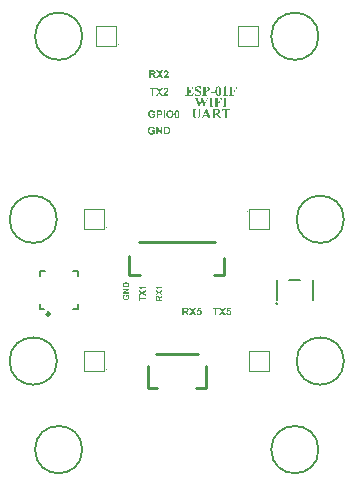
<source format=gbr>
G04*
G04 #@! TF.GenerationSoftware,Altium Limited,Altium Designer,24.1.2 (44)*
G04*
G04 Layer_Color=65535*
%FSLAX25Y25*%
%MOIN*%
G70*
G04*
G04 #@! TF.SameCoordinates,EC497B79-CED4-4E58-A43C-F9202C23BEB1*
G04*
G04*
G04 #@! TF.FilePolarity,Positive*
G04*
G01*
G75*
%ADD10C,0.00500*%
%ADD11C,0.01000*%
%ADD12C,0.00787*%
%ADD13C,0.00394*%
%ADD14C,0.00598*%
G36*
X59188Y131895D02*
X59096D01*
Y131900D01*
X59094Y131911D01*
X59089Y131933D01*
X59082Y131959D01*
X59073Y131989D01*
X59061Y132027D01*
X59049Y132070D01*
X59030Y132114D01*
X59011Y132161D01*
X58988Y132211D01*
X58962Y132263D01*
X58931Y132315D01*
X58898Y132364D01*
X58860Y132414D01*
X58820Y132464D01*
X58773Y132508D01*
X58771Y132511D01*
X58761Y132518D01*
X58747Y132530D01*
X58728Y132546D01*
X58704Y132563D01*
X58676Y132582D01*
X58645Y132603D01*
X58608Y132626D01*
X58570Y132648D01*
X58525Y132669D01*
X58480Y132688D01*
X58433Y132707D01*
X58381Y132721D01*
X58329Y132733D01*
X58275Y132740D01*
X58221Y132742D01*
X58199D01*
X58183Y132740D01*
X58164Y132737D01*
X58140Y132735D01*
X58114Y132733D01*
X58088Y132728D01*
X58030Y132711D01*
X57968Y132690D01*
X57940Y132676D01*
X57909Y132659D01*
X57881Y132641D01*
X57855Y132619D01*
X57853Y132617D01*
X57850Y132615D01*
X57843Y132608D01*
X57834Y132598D01*
X57824Y132586D01*
X57812Y132572D01*
X57789Y132539D01*
X57765Y132497D01*
X57744Y132447D01*
X57727Y132395D01*
X57725Y132367D01*
X57723Y132336D01*
Y132331D01*
Y132320D01*
X57725Y132301D01*
X57730Y132275D01*
X57735Y132249D01*
X57741Y132218D01*
X57753Y132187D01*
X57770Y132157D01*
X57772Y132152D01*
X57782Y132138D01*
X57798Y132119D01*
X57819Y132091D01*
X57850Y132060D01*
X57885Y132025D01*
X57928Y131987D01*
X57980Y131949D01*
X57982D01*
X57985Y131947D01*
X57992Y131942D01*
X58001Y131935D01*
X58015Y131925D01*
X58034Y131916D01*
X58055Y131902D01*
X58079Y131888D01*
X58110Y131871D01*
X58145Y131852D01*
X58185Y131829D01*
X58230Y131805D01*
X58280Y131779D01*
X58336Y131751D01*
X58400Y131718D01*
X58468Y131685D01*
X58471D01*
X58476Y131682D01*
X58483Y131678D01*
X58492Y131673D01*
X58504Y131666D01*
X58520Y131659D01*
X58556Y131640D01*
X58598Y131616D01*
X58648Y131590D01*
X58702Y131560D01*
X58761Y131524D01*
X58820Y131489D01*
X58881Y131449D01*
X58943Y131409D01*
X59002Y131366D01*
X59056Y131321D01*
X59108Y131277D01*
X59155Y131234D01*
X59193Y131189D01*
X59195Y131187D01*
X59200Y131180D01*
X59210Y131166D01*
X59221Y131149D01*
X59235Y131125D01*
X59252Y131099D01*
X59268Y131069D01*
X59285Y131036D01*
X59302Y130998D01*
X59318Y130956D01*
X59335Y130913D01*
X59349Y130866D01*
X59360Y130816D01*
X59370Y130764D01*
X59375Y130710D01*
X59377Y130656D01*
Y130651D01*
Y130639D01*
X59375Y130618D01*
X59372Y130592D01*
X59368Y130559D01*
X59360Y130521D01*
X59351Y130476D01*
X59339Y130429D01*
X59323Y130380D01*
X59304Y130328D01*
X59280Y130273D01*
X59250Y130217D01*
X59216Y130160D01*
X59176Y130106D01*
X59129Y130049D01*
X59077Y129997D01*
X59075Y129995D01*
X59063Y129986D01*
X59047Y129972D01*
X59023Y129955D01*
X58995Y129934D01*
X58959Y129910D01*
X58917Y129886D01*
X58872Y129860D01*
X58820Y129835D01*
X58761Y129811D01*
X58700Y129787D01*
X58631Y129766D01*
X58561Y129750D01*
X58485Y129735D01*
X58405Y129726D01*
X58320Y129724D01*
X58282D01*
X58268Y129726D01*
X58232Y129728D01*
X58190Y129731D01*
X58143Y129738D01*
X58096Y129745D01*
X58046Y129754D01*
X58044D01*
X58041Y129757D01*
X58034D01*
X58022Y129759D01*
X58011Y129764D01*
X57996Y129769D01*
X57977Y129773D01*
X57959Y129778D01*
X57911Y129792D01*
X57857Y129811D01*
X57793Y129835D01*
X57725Y129860D01*
X57720Y129863D01*
X57706Y129868D01*
X57687Y129875D01*
X57661Y129884D01*
X57635Y129894D01*
X57605Y129901D01*
X57576Y129905D01*
X57548Y129908D01*
X57539D01*
X57527Y129905D01*
X57510Y129903D01*
X57491Y129896D01*
X57470Y129889D01*
X57447Y129877D01*
X57423Y129860D01*
X57421Y129858D01*
X57414Y129851D01*
X57402Y129842D01*
X57385Y129827D01*
X57369Y129809D01*
X57352Y129785D01*
X57336Y129757D01*
X57319Y129724D01*
X57236D01*
Y130875D01*
X57319D01*
Y130873D01*
X57322Y130871D01*
Y130863D01*
X57324Y130854D01*
X57331Y130828D01*
X57338Y130795D01*
X57350Y130755D01*
X57366Y130708D01*
X57383Y130656D01*
X57404Y130602D01*
X57428Y130543D01*
X57456Y130481D01*
X57487Y130420D01*
X57522Y130359D01*
X57560Y130297D01*
X57602Y130240D01*
X57649Y130184D01*
X57699Y130134D01*
X57701Y130132D01*
X57711Y130122D01*
X57727Y130111D01*
X57749Y130094D01*
X57775Y130075D01*
X57805Y130054D01*
X57841Y130033D01*
X57881Y130009D01*
X57926Y129986D01*
X57973Y129962D01*
X58022Y129941D01*
X58077Y129922D01*
X58133Y129905D01*
X58190Y129894D01*
X58249Y129884D01*
X58310Y129882D01*
X58334D01*
X58353Y129884D01*
X58374Y129886D01*
X58398Y129889D01*
X58426Y129894D01*
X58454Y129898D01*
X58520Y129915D01*
X58553Y129927D01*
X58586Y129941D01*
X58619Y129955D01*
X58653Y129974D01*
X58683Y129995D01*
X58711Y130019D01*
X58714Y130021D01*
X58719Y130026D01*
X58726Y130033D01*
X58735Y130042D01*
X58747Y130056D01*
X58759Y130071D01*
X58773Y130089D01*
X58787Y130111D01*
X58815Y130156D01*
X58839Y130210D01*
X58848Y130240D01*
X58855Y130271D01*
X58860Y130304D01*
X58863Y130337D01*
Y130340D01*
Y130342D01*
Y130356D01*
X58860Y130377D01*
X58855Y130403D01*
X58848Y130434D01*
X58837Y130469D01*
X58822Y130507D01*
X58803Y130545D01*
Y130547D01*
X58801Y130550D01*
X58794Y130561D01*
X58780Y130583D01*
X58761Y130606D01*
X58735Y130637D01*
X58707Y130668D01*
X58671Y130703D01*
X58629Y130736D01*
X58627D01*
X58624Y130741D01*
X58617Y130745D01*
X58605Y130753D01*
X58593Y130762D01*
X58577Y130774D01*
X58556Y130786D01*
X58532Y130800D01*
X58506Y130816D01*
X58476Y130835D01*
X58442Y130854D01*
X58405Y130875D01*
X58362Y130899D01*
X58317Y130922D01*
X58268Y130948D01*
X58214Y130974D01*
X58209Y130977D01*
X58195Y130984D01*
X58173Y130993D01*
X58145Y131008D01*
X58112Y131026D01*
X58072Y131045D01*
X58030Y131069D01*
X57982Y131095D01*
X57883Y131149D01*
X57784Y131206D01*
X57737Y131236D01*
X57692Y131265D01*
X57652Y131293D01*
X57614Y131321D01*
X57612Y131324D01*
X57607Y131328D01*
X57598Y131335D01*
X57583Y131347D01*
X57569Y131359D01*
X57553Y131376D01*
X57531Y131395D01*
X57510Y131416D01*
X57465Y131463D01*
X57421Y131517D01*
X57376Y131579D01*
X57336Y131642D01*
Y131645D01*
X57331Y131649D01*
X57326Y131661D01*
X57322Y131673D01*
X57314Y131690D01*
X57305Y131711D01*
X57296Y131732D01*
X57288Y131758D01*
X57279Y131786D01*
X57270Y131817D01*
X57253Y131883D01*
X57244Y131956D01*
X57239Y132034D01*
Y132039D01*
Y132051D01*
X57241Y132070D01*
X57244Y132096D01*
X57246Y132126D01*
X57253Y132161D01*
X57260Y132204D01*
X57272Y132249D01*
X57286Y132296D01*
X57305Y132346D01*
X57326Y132395D01*
X57352Y132449D01*
X57383Y132501D01*
X57418Y132553D01*
X57458Y132603D01*
X57506Y132652D01*
X57508Y132655D01*
X57517Y132664D01*
X57534Y132676D01*
X57555Y132693D01*
X57581Y132711D01*
X57612Y132735D01*
X57649Y132756D01*
X57692Y132782D01*
X57737Y132806D01*
X57789Y132829D01*
X57843Y132851D01*
X57904Y132870D01*
X57968Y132886D01*
X58034Y132898D01*
X58105Y132907D01*
X58180Y132910D01*
X58218D01*
X58235Y132907D01*
X58273Y132905D01*
X58317Y132900D01*
X58365Y132893D01*
X58416Y132884D01*
X58468Y132872D01*
X58471D01*
X58473Y132870D01*
X58487Y132867D01*
X58511Y132860D01*
X58542Y132851D01*
X58577Y132836D01*
X58622Y132820D01*
X58671Y132799D01*
X58726Y132773D01*
X58728D01*
X58733Y132770D01*
X58740Y132766D01*
X58752Y132761D01*
X58778Y132749D01*
X58811Y132737D01*
X58846Y132723D01*
X58881Y132711D01*
X58915Y132702D01*
X58940Y132700D01*
X58950D01*
X58959Y132702D01*
X58973Y132704D01*
X58988Y132709D01*
X59002Y132714D01*
X59016Y132723D01*
X59030Y132735D01*
X59032Y132737D01*
X59037Y132742D01*
X59042Y132754D01*
X59051Y132770D01*
X59061Y132794D01*
X59073Y132825D01*
X59084Y132862D01*
X59092Y132884D01*
X59096Y132910D01*
X59165D01*
X59188Y131895D01*
D02*
G37*
G36*
X71177Y131968D02*
X71085D01*
Y131973D01*
X71083Y131982D01*
X71080Y131996D01*
X71078Y132018D01*
X71073Y132044D01*
X71069Y132072D01*
X71061Y132105D01*
X71052Y132140D01*
X71031Y132213D01*
X71002Y132289D01*
X70967Y132362D01*
X70946Y132393D01*
X70922Y132423D01*
X70920Y132426D01*
X70917Y132431D01*
X70908Y132438D01*
X70899Y132447D01*
X70884Y132459D01*
X70868Y132473D01*
X70849Y132490D01*
X70828Y132506D01*
X70802Y132523D01*
X70776Y132539D01*
X70745Y132558D01*
X70712Y132574D01*
X70674Y132591D01*
X70637Y132605D01*
X70594Y132619D01*
X70549Y132631D01*
X70547D01*
X70542Y132633D01*
X70535D01*
X70523Y132636D01*
X70507Y132641D01*
X70488Y132643D01*
X70464Y132645D01*
X70436Y132650D01*
X70405Y132652D01*
X70368Y132655D01*
X70327Y132659D01*
X70283Y132662D01*
X70233Y132664D01*
X70176D01*
X70117Y132667D01*
X69768D01*
Y131413D01*
X69889D01*
X69905Y131416D01*
X69926D01*
X69971Y131421D01*
X70023Y131428D01*
X70080Y131439D01*
X70134Y131454D01*
X70183Y131472D01*
X70186D01*
X70188Y131475D01*
X70195Y131480D01*
X70205Y131484D01*
X70228Y131498D01*
X70259Y131522D01*
X70294Y131550D01*
X70330Y131586D01*
X70365Y131628D01*
X70401Y131678D01*
Y131680D01*
X70405Y131685D01*
X70410Y131692D01*
X70415Y131704D01*
X70422Y131718D01*
X70431Y131737D01*
X70438Y131758D01*
X70450Y131782D01*
X70460Y131807D01*
X70469Y131836D01*
X70478Y131869D01*
X70488Y131902D01*
X70497Y131940D01*
X70504Y131980D01*
X70512Y132022D01*
X70519Y132067D01*
X70596D01*
Y130538D01*
X70519D01*
Y130540D01*
Y130543D01*
X70516Y130557D01*
X70514Y130578D01*
X70509Y130609D01*
X70502Y130642D01*
X70495Y130682D01*
X70486Y130724D01*
X70471Y130772D01*
X70457Y130819D01*
X70441Y130868D01*
X70422Y130915D01*
X70401Y130960D01*
X70375Y131005D01*
X70349Y131045D01*
X70318Y131081D01*
X70283Y131109D01*
X70280Y131111D01*
X70273Y131116D01*
X70264Y131121D01*
X70249Y131130D01*
X70231Y131142D01*
X70209Y131154D01*
X70186Y131166D01*
X70157Y131180D01*
X70129Y131192D01*
X70096Y131203D01*
X70061Y131215D01*
X70023Y131227D01*
X69983Y131236D01*
X69943Y131241D01*
X69900Y131246D01*
X69855Y131248D01*
X69768D01*
Y130316D01*
Y130314D01*
Y130307D01*
Y130295D01*
Y130278D01*
Y130259D01*
X69770Y130238D01*
Y130191D01*
X69773Y130141D01*
X69778Y130092D01*
X69780Y130071D01*
X69785Y130052D01*
X69787Y130035D01*
X69792Y130021D01*
X69794Y130019D01*
X69796Y130012D01*
X69804Y130000D01*
X69815Y129988D01*
X69827Y129972D01*
X69846Y129955D01*
X69867Y129936D01*
X69893Y129920D01*
X69898Y129917D01*
X69907Y129912D01*
X69924Y129905D01*
X69947Y129898D01*
X69976Y129891D01*
X70011Y129884D01*
X70051Y129879D01*
X70096Y129877D01*
X70198D01*
Y129795D01*
X68607D01*
Y129877D01*
X68727D01*
X68753Y129879D01*
X68784Y129884D01*
X68817Y129889D01*
X68852Y129896D01*
X68888Y129908D01*
X68921Y129924D01*
X68923Y129927D01*
X68930Y129931D01*
X68942Y129938D01*
X68954Y129950D01*
X68968Y129964D01*
X68985Y129983D01*
X68999Y130005D01*
X69011Y130030D01*
X69013Y130033D01*
X69015Y130042D01*
X69020Y130059D01*
X69022Y130073D01*
X69025Y130087D01*
X69027Y130104D01*
X69029Y130125D01*
Y130148D01*
X69032Y130174D01*
X69034Y130203D01*
X69037Y130238D01*
Y130276D01*
Y130316D01*
Y132320D01*
Y132322D01*
Y132329D01*
Y132341D01*
Y132357D01*
Y132376D01*
X69034Y132397D01*
Y132445D01*
X69029Y132494D01*
X69025Y132542D01*
X69022Y132563D01*
X69020Y132582D01*
X69015Y132598D01*
X69011Y132610D01*
Y132612D01*
X69006Y132619D01*
X68999Y132631D01*
X68989Y132645D01*
X68975Y132662D01*
X68959Y132678D01*
X68937Y132697D01*
X68911Y132714D01*
X68909Y132716D01*
X68897Y132721D01*
X68881Y132728D01*
X68857Y132737D01*
X68829Y132745D01*
X68793Y132752D01*
X68753Y132756D01*
X68706Y132759D01*
X68607D01*
Y132841D01*
X71177D01*
Y131968D01*
D02*
G37*
G36*
X56573Y131940D02*
X56491D01*
Y131944D01*
X56488Y131954D01*
X56484Y131970D01*
X56479Y131994D01*
X56472Y132020D01*
X56465Y132053D01*
X56453Y132086D01*
X56444Y132124D01*
X56418Y132202D01*
X56385Y132280D01*
X56368Y132317D01*
X56349Y132353D01*
X56328Y132386D01*
X56307Y132414D01*
X56304Y132416D01*
X56302Y132421D01*
X56295Y132428D01*
X56285Y132438D01*
X56274Y132449D01*
X56257Y132464D01*
X56241Y132478D01*
X56222Y132494D01*
X56198Y132511D01*
X56172Y132530D01*
X56146Y132546D01*
X56116Y132563D01*
X56082Y132579D01*
X56049Y132596D01*
X56012Y132610D01*
X55972Y132624D01*
X55969D01*
X55964Y132626D01*
X55957Y132629D01*
X55946Y132631D01*
X55931Y132633D01*
X55915Y132638D01*
X55891Y132641D01*
X55865Y132645D01*
X55835Y132650D01*
X55802Y132652D01*
X55764Y132657D01*
X55719Y132659D01*
X55672Y132662D01*
X55620Y132664D01*
X55563Y132667D01*
X55181D01*
Y131425D01*
X55254D01*
X55268Y131428D01*
X55287D01*
X55313Y131430D01*
X55339Y131435D01*
X55370Y131439D01*
X55403Y131449D01*
X55438Y131458D01*
X55474Y131470D01*
X55509Y131484D01*
X55544Y131503D01*
X55577Y131522D01*
X55611Y131548D01*
X55639Y131574D01*
X55665Y131607D01*
X55667Y131609D01*
X55669Y131616D01*
X55677Y131626D01*
X55686Y131640D01*
X55698Y131659D01*
X55710Y131682D01*
X55721Y131711D01*
X55736Y131741D01*
X55750Y131779D01*
X55764Y131819D01*
X55778Y131862D01*
X55792Y131911D01*
X55804Y131963D01*
X55816Y132020D01*
X55828Y132081D01*
X55835Y132145D01*
X55917D01*
Y130550D01*
X55835D01*
Y130552D01*
X55832Y130561D01*
Y130576D01*
X55830Y130592D01*
X55825Y130616D01*
X55821Y130642D01*
X55816Y130670D01*
X55809Y130701D01*
X55795Y130767D01*
X55773Y130838D01*
X55750Y130908D01*
X55719Y130974D01*
Y130977D01*
X55714Y130982D01*
X55710Y130991D01*
X55703Y131003D01*
X55686Y131031D01*
X55660Y131067D01*
X55632Y131102D01*
X55596Y131140D01*
X55559Y131173D01*
X55537Y131187D01*
X55516Y131199D01*
X55514D01*
X55511Y131201D01*
X55504Y131203D01*
X55495Y131208D01*
X55483Y131213D01*
X55469Y131218D01*
X55450Y131222D01*
X55431Y131229D01*
X55408Y131234D01*
X55384Y131239D01*
X55356Y131244D01*
X55325Y131248D01*
X55294Y131253D01*
X55259Y131255D01*
X55221Y131258D01*
X55181D01*
Y130396D01*
Y130394D01*
Y130384D01*
Y130373D01*
Y130356D01*
Y130337D01*
X55183Y130314D01*
Y130264D01*
X55186Y130212D01*
X55190Y130160D01*
X55193Y130139D01*
X55195Y130120D01*
X55198Y130101D01*
X55202Y130089D01*
Y130087D01*
X55207Y130080D01*
X55212Y130071D01*
X55221Y130056D01*
X55230Y130042D01*
X55245Y130026D01*
X55261Y130012D01*
X55280Y129997D01*
X55282Y129995D01*
X55292Y129993D01*
X55306Y129986D01*
X55327Y129981D01*
X55353Y129974D01*
X55386Y129967D01*
X55424Y129964D01*
X55471Y129962D01*
X55672D01*
X55693Y129964D01*
X55724D01*
X55759Y129969D01*
X55802Y129972D01*
X55849Y129979D01*
X55898Y129986D01*
X55953Y129997D01*
X56007Y130009D01*
X56064Y130026D01*
X56123Y130045D01*
X56179Y130068D01*
X56234Y130094D01*
X56288Y130122D01*
X56337Y130158D01*
X56340Y130160D01*
X56349Y130167D01*
X56361Y130179D01*
X56380Y130196D01*
X56401Y130217D01*
X56425Y130243D01*
X56453Y130273D01*
X56481Y130309D01*
X56512Y130347D01*
X56543Y130392D01*
X56573Y130441D01*
X56604Y130495D01*
X56632Y130557D01*
X56661Y130621D01*
X56687Y130689D01*
X56708Y130762D01*
X56793D01*
X56654Y129795D01*
X54020D01*
Y129877D01*
X54140D01*
X54166Y129879D01*
X54197Y129884D01*
X54230Y129889D01*
X54265Y129896D01*
X54301Y129908D01*
X54334Y129924D01*
X54336Y129927D01*
X54343Y129931D01*
X54355Y129938D01*
X54367Y129950D01*
X54381Y129964D01*
X54397Y129983D01*
X54412Y130005D01*
X54423Y130030D01*
X54426Y130033D01*
X54428Y130042D01*
X54433Y130059D01*
X54435Y130073D01*
X54438Y130087D01*
X54440Y130104D01*
X54442Y130125D01*
Y130148D01*
X54445Y130174D01*
X54447Y130203D01*
X54449Y130238D01*
Y130276D01*
Y130316D01*
Y132320D01*
Y132322D01*
Y132329D01*
Y132339D01*
Y132353D01*
Y132369D01*
Y132388D01*
X54447Y132428D01*
Y132471D01*
X54445Y132513D01*
X54442Y132532D01*
Y132549D01*
X54440Y132563D01*
X54438Y132572D01*
Y132577D01*
X54433Y132586D01*
X54426Y132600D01*
X54419Y132617D01*
X54407Y132638D01*
X54393Y132657D01*
X54374Y132678D01*
X54353Y132695D01*
X54348Y132697D01*
X54336Y132704D01*
X54317Y132716D01*
X54291Y132728D01*
X54258Y132737D01*
X54218Y132749D01*
X54171Y132756D01*
X54119Y132759D01*
X54020D01*
Y132841D01*
X56573D01*
Y131940D01*
D02*
G37*
G36*
X63790Y130618D02*
X62483D01*
Y131083D01*
X63790D01*
Y130618D01*
D02*
G37*
G36*
X67701Y130413D02*
Y130410D01*
Y130401D01*
Y130387D01*
Y130368D01*
Y130344D01*
X67703Y130318D01*
Y130262D01*
X67706Y130200D01*
X67710Y130141D01*
X67712Y130113D01*
X67717Y130089D01*
X67720Y130068D01*
X67724Y130052D01*
X67727Y130049D01*
X67729Y130040D01*
X67736Y130023D01*
X67746Y130007D01*
X67760Y129986D01*
X67776Y129964D01*
X67800Y129943D01*
X67826Y129924D01*
X67831Y129922D01*
X67840Y129917D01*
X67861Y129910D01*
X67887Y129901D01*
X67923Y129891D01*
X67967Y129884D01*
X68017Y129879D01*
X68078Y129877D01*
X68149D01*
Y129795D01*
X66547D01*
Y129877D01*
X66658D01*
X66674Y129879D01*
X66693D01*
X66733Y129882D01*
X66780Y129889D01*
X66825Y129896D01*
X66868Y129908D01*
X66887Y129915D01*
X66903Y129922D01*
X66908Y129924D01*
X66917Y129931D01*
X66931Y129941D01*
X66950Y129955D01*
X66969Y129972D01*
X66986Y129993D01*
X67005Y130016D01*
X67016Y130045D01*
X67019Y130049D01*
Y130054D01*
X67021Y130061D01*
X67023Y130071D01*
X67026Y130085D01*
X67028Y130101D01*
X67033Y130120D01*
X67035Y130144D01*
X67038Y130170D01*
X67040Y130198D01*
X67042Y130233D01*
X67045Y130271D01*
Y130314D01*
X67047Y130361D01*
Y130413D01*
Y131992D01*
Y131994D01*
Y132001D01*
Y132010D01*
Y132025D01*
Y132044D01*
Y132062D01*
X67045Y132105D01*
X67042Y132150D01*
X67038Y132192D01*
X67035Y132213D01*
X67033Y132230D01*
X67031Y132244D01*
X67026Y132256D01*
Y132258D01*
X67021Y132265D01*
X67016Y132275D01*
X67009Y132287D01*
X66997Y132301D01*
X66986Y132317D01*
X66969Y132331D01*
X66950Y132346D01*
X66948Y132348D01*
X66941Y132353D01*
X66929Y132357D01*
X66915Y132364D01*
X66896Y132372D01*
X66875Y132379D01*
X66849Y132381D01*
X66823Y132383D01*
X66802D01*
X66778Y132379D01*
X66745Y132374D01*
X66705Y132367D01*
X66658Y132353D01*
X66606Y132336D01*
X66547Y132313D01*
X66507Y132390D01*
X67625Y132903D01*
X67701D01*
Y130413D01*
D02*
G37*
G36*
X61064Y132839D02*
X61086D01*
X61109Y132836D01*
X61164Y132834D01*
X61225Y132829D01*
X61293Y132822D01*
X61366Y132813D01*
X61442Y132799D01*
X61522Y132785D01*
X61600Y132766D01*
X61678Y132742D01*
X61751Y132716D01*
X61822Y132685D01*
X61888Y132648D01*
X61945Y132608D01*
X61947Y132605D01*
X61957Y132596D01*
X61971Y132584D01*
X61989Y132565D01*
X62011Y132544D01*
X62034Y132516D01*
X62060Y132483D01*
X62089Y132447D01*
X62115Y132407D01*
X62141Y132362D01*
X62164Y132315D01*
X62185Y132263D01*
X62204Y132206D01*
X62218Y132147D01*
X62228Y132086D01*
X62230Y132022D01*
Y132020D01*
Y132008D01*
Y131994D01*
X62228Y131973D01*
X62226Y131947D01*
X62221Y131919D01*
X62214Y131885D01*
X62207Y131848D01*
X62197Y131810D01*
X62185Y131770D01*
X62169Y131727D01*
X62152Y131685D01*
X62131Y131640D01*
X62105Y131597D01*
X62077Y131555D01*
X62044Y131515D01*
X62041Y131512D01*
X62034Y131505D01*
X62025Y131496D01*
X62011Y131482D01*
X61992Y131463D01*
X61968Y131444D01*
X61942Y131423D01*
X61912Y131399D01*
X61876Y131376D01*
X61839Y131352D01*
X61798Y131328D01*
X61751Y131305D01*
X61704Y131284D01*
X61652Y131262D01*
X61595Y131244D01*
X61536Y131227D01*
X61534D01*
X61527Y131225D01*
X61513Y131222D01*
X61494Y131220D01*
X61470Y131215D01*
X61440Y131210D01*
X61404Y131206D01*
X61364Y131201D01*
X61315Y131196D01*
X61260Y131192D01*
X61201Y131187D01*
X61135Y131182D01*
X61062Y131180D01*
X60982Y131177D01*
X60895Y131175D01*
X60800D01*
Y130330D01*
Y130328D01*
Y130318D01*
Y130307D01*
Y130290D01*
Y130271D01*
X60803Y130248D01*
X60805Y130198D01*
X60807Y130144D01*
X60814Y130092D01*
X60817Y130068D01*
X60821Y130047D01*
X60826Y130030D01*
X60831Y130016D01*
X60833Y130014D01*
X60838Y130007D01*
X60845Y129995D01*
X60857Y129981D01*
X60871Y129964D01*
X60890Y129948D01*
X60911Y129929D01*
X60937Y129915D01*
X60942Y129912D01*
X60953Y129910D01*
X60972Y129903D01*
X60987Y129901D01*
X61003Y129896D01*
X61020Y129894D01*
X61041Y129889D01*
X61064Y129886D01*
X61090Y129884D01*
X61119Y129882D01*
X61152Y129879D01*
X61185Y129877D01*
X61223D01*
Y129795D01*
X59674D01*
Y129877D01*
X59710D01*
X59726Y129879D01*
X59745D01*
X59790Y129882D01*
X59837Y129886D01*
X59884Y129894D01*
X59927Y129903D01*
X59946Y129908D01*
X59960Y129915D01*
X59962Y129917D01*
X59972Y129922D01*
X59986Y129931D01*
X60002Y129943D01*
X60019Y129957D01*
X60038Y129974D01*
X60052Y129995D01*
X60066Y130016D01*
X60069Y130019D01*
X60071Y130030D01*
X60073Y130040D01*
X60076Y130049D01*
X60078Y130063D01*
X60083Y130080D01*
X60085Y130099D01*
X60087Y130120D01*
X60090Y130146D01*
X60092Y130177D01*
X60094Y130207D01*
Y130245D01*
X60097Y130285D01*
Y130330D01*
Y132306D01*
Y132308D01*
Y132317D01*
Y132329D01*
Y132346D01*
Y132364D01*
X60094Y132388D01*
X60092Y132438D01*
X60090Y132490D01*
X60085Y132542D01*
X60080Y132565D01*
X60076Y132586D01*
X60071Y132603D01*
X60066Y132617D01*
X60064Y132619D01*
X60061Y132629D01*
X60052Y132638D01*
X60043Y132655D01*
X60026Y132669D01*
X60009Y132688D01*
X59986Y132704D01*
X59960Y132719D01*
X59955Y132721D01*
X59946Y132726D01*
X59925Y132730D01*
X59913Y132735D01*
X59896Y132740D01*
X59877Y132742D01*
X59856Y132747D01*
X59835Y132749D01*
X59807Y132752D01*
X59778Y132754D01*
X59748Y132756D01*
X59712Y132759D01*
X59674D01*
Y132841D01*
X61048D01*
X61064Y132839D01*
D02*
G37*
G36*
X65093Y132900D02*
X65117Y132898D01*
X65145Y132893D01*
X65175Y132888D01*
X65211Y132879D01*
X65246Y132870D01*
X65286Y132858D01*
X65327Y132844D01*
X65369Y132827D01*
X65414Y132806D01*
X65456Y132780D01*
X65501Y132754D01*
X65544Y132721D01*
X65546Y132719D01*
X65553Y132711D01*
X65565Y132702D01*
X65582Y132688D01*
X65600Y132669D01*
X65622Y132648D01*
X65648Y132622D01*
X65674Y132591D01*
X65699Y132558D01*
X65728Y132523D01*
X65756Y132483D01*
X65784Y132440D01*
X65813Y132393D01*
X65839Y132343D01*
X65862Y132291D01*
X65884Y132235D01*
X65886Y132230D01*
X65891Y132216D01*
X65898Y132192D01*
X65907Y132161D01*
X65919Y132121D01*
X65931Y132077D01*
X65945Y132022D01*
X65959Y131963D01*
X65973Y131897D01*
X65987Y131826D01*
X65999Y131751D01*
X66011Y131671D01*
X66020Y131586D01*
X66027Y131498D01*
X66032Y131409D01*
X66035Y131317D01*
Y131314D01*
Y131312D01*
Y131305D01*
Y131295D01*
Y131272D01*
X66032Y131239D01*
X66030Y131199D01*
X66027Y131151D01*
X66023Y131097D01*
X66018Y131038D01*
X66011Y130974D01*
X66004Y130908D01*
X65992Y130838D01*
X65980Y130764D01*
X65966Y130689D01*
X65947Y130613D01*
X65928Y130540D01*
X65905Y130465D01*
Y130462D01*
X65902Y130453D01*
X65898Y130441D01*
X65891Y130425D01*
X65884Y130403D01*
X65874Y130380D01*
X65862Y130354D01*
X65851Y130323D01*
X65822Y130262D01*
X65787Y130193D01*
X65747Y130127D01*
X65699Y130066D01*
X65697Y130063D01*
X65695Y130059D01*
X65685Y130052D01*
X65676Y130040D01*
X65664Y130028D01*
X65650Y130012D01*
X65614Y129979D01*
X65570Y129938D01*
X65520Y129898D01*
X65466Y129858D01*
X65404Y129820D01*
X65402D01*
X65397Y129816D01*
X65388Y129813D01*
X65376Y129806D01*
X65362Y129799D01*
X65343Y129792D01*
X65322Y129785D01*
X65298Y129776D01*
X65246Y129759D01*
X65185Y129745D01*
X65119Y129735D01*
X65048Y129731D01*
X65027D01*
X65010Y129733D01*
X64991D01*
X64970Y129738D01*
X64944Y129740D01*
X64916Y129745D01*
X64855Y129759D01*
X64789Y129778D01*
X64718Y129806D01*
X64682Y129823D01*
X64649Y129842D01*
X64647Y129844D01*
X64642Y129846D01*
X64633Y129853D01*
X64619Y129863D01*
X64604Y129875D01*
X64586Y129889D01*
X64567Y129905D01*
X64543Y129924D01*
X64520Y129946D01*
X64496Y129969D01*
X64470Y129995D01*
X64442Y130026D01*
X64387Y130089D01*
X64335Y130163D01*
Y130165D01*
X64331Y130170D01*
X64326Y130179D01*
X64319Y130191D01*
X64309Y130205D01*
X64300Y130224D01*
X64288Y130245D01*
X64276Y130271D01*
X64262Y130299D01*
X64250Y130330D01*
X64234Y130363D01*
X64220Y130399D01*
X64206Y130436D01*
X64189Y130479D01*
X64175Y130521D01*
X64161Y130569D01*
Y130573D01*
X64156Y130585D01*
X64151Y130604D01*
X64147Y130628D01*
X64139Y130661D01*
X64130Y130696D01*
X64123Y130738D01*
X64113Y130786D01*
X64104Y130838D01*
X64097Y130894D01*
X64088Y130953D01*
X64081Y131015D01*
X64076Y131078D01*
X64071Y131144D01*
X64066Y131279D01*
Y131281D01*
Y131284D01*
Y131291D01*
Y131300D01*
Y131314D01*
Y131328D01*
X64069Y131364D01*
X64071Y131406D01*
X64073Y131458D01*
X64078Y131517D01*
X64083Y131581D01*
X64092Y131649D01*
X64099Y131720D01*
X64111Y131796D01*
X64125Y131874D01*
X64142Y131954D01*
X64161Y132034D01*
X64182Y132114D01*
X64206Y132192D01*
X64208Y132197D01*
X64210Y132206D01*
X64217Y132225D01*
X64227Y132249D01*
X64239Y132277D01*
X64253Y132310D01*
X64272Y132348D01*
X64290Y132386D01*
X64314Y132428D01*
X64340Y132471D01*
X64368Y132516D01*
X64399Y132558D01*
X64434Y132600D01*
X64470Y132643D01*
X64510Y132683D01*
X64552Y132719D01*
X64555Y132721D01*
X64564Y132726D01*
X64576Y132735D01*
X64593Y132747D01*
X64614Y132761D01*
X64640Y132778D01*
X64670Y132794D01*
X64701Y132810D01*
X64739Y132827D01*
X64777Y132844D01*
X64817Y132860D01*
X64859Y132874D01*
X64904Y132886D01*
X64951Y132896D01*
X64999Y132900D01*
X65048Y132903D01*
X65074D01*
X65093Y132900D01*
D02*
G37*
G36*
X66202Y128241D02*
X66110D01*
Y128246D01*
X66108Y128255D01*
X66105Y128269D01*
X66103Y128291D01*
X66098Y128317D01*
X66094Y128345D01*
X66087Y128378D01*
X66077Y128413D01*
X66056Y128487D01*
X66027Y128562D01*
X65992Y128635D01*
X65971Y128666D01*
X65947Y128697D01*
X65945Y128699D01*
X65943Y128704D01*
X65933Y128711D01*
X65924Y128720D01*
X65909Y128732D01*
X65893Y128746D01*
X65874Y128763D01*
X65853Y128779D01*
X65827Y128796D01*
X65801Y128812D01*
X65770Y128831D01*
X65737Y128848D01*
X65699Y128864D01*
X65662Y128878D01*
X65619Y128893D01*
X65574Y128904D01*
X65572D01*
X65567Y128907D01*
X65560D01*
X65548Y128909D01*
X65532Y128914D01*
X65513Y128916D01*
X65489Y128918D01*
X65461Y128923D01*
X65430Y128926D01*
X65393Y128928D01*
X65352Y128933D01*
X65308Y128935D01*
X65258Y128937D01*
X65201D01*
X65143Y128940D01*
X64793D01*
Y127687D01*
X64914D01*
X64930Y127689D01*
X64951D01*
X64996Y127694D01*
X65048Y127701D01*
X65105Y127713D01*
X65159Y127727D01*
X65209Y127745D01*
X65211D01*
X65213Y127748D01*
X65220Y127753D01*
X65230Y127757D01*
X65253Y127771D01*
X65284Y127795D01*
X65320Y127823D01*
X65355Y127859D01*
X65390Y127901D01*
X65426Y127951D01*
Y127953D01*
X65430Y127958D01*
X65435Y127965D01*
X65440Y127977D01*
X65447Y127991D01*
X65456Y128010D01*
X65464Y128031D01*
X65475Y128055D01*
X65485Y128081D01*
X65494Y128109D01*
X65504Y128142D01*
X65513Y128175D01*
X65522Y128213D01*
X65530Y128253D01*
X65537Y128295D01*
X65544Y128340D01*
X65622D01*
Y126811D01*
X65544D01*
Y126813D01*
Y126816D01*
X65541Y126830D01*
X65539Y126851D01*
X65534Y126882D01*
X65527Y126915D01*
X65520Y126955D01*
X65511Y126997D01*
X65496Y127045D01*
X65482Y127092D01*
X65466Y127141D01*
X65447Y127189D01*
X65426Y127233D01*
X65400Y127278D01*
X65374Y127318D01*
X65343Y127354D01*
X65308Y127382D01*
X65305Y127384D01*
X65298Y127389D01*
X65289Y127394D01*
X65275Y127403D01*
X65256Y127415D01*
X65235Y127427D01*
X65211Y127439D01*
X65183Y127453D01*
X65154Y127465D01*
X65121Y127477D01*
X65086Y127488D01*
X65048Y127500D01*
X65008Y127509D01*
X64968Y127514D01*
X64925Y127519D01*
X64881Y127521D01*
X64793D01*
Y126589D01*
Y126587D01*
Y126580D01*
Y126568D01*
Y126551D01*
Y126532D01*
X64796Y126511D01*
Y126464D01*
X64798Y126415D01*
X64803Y126365D01*
X64805Y126344D01*
X64810Y126325D01*
X64812Y126308D01*
X64817Y126294D01*
X64819Y126292D01*
X64822Y126285D01*
X64829Y126273D01*
X64840Y126261D01*
X64852Y126244D01*
X64871Y126228D01*
X64892Y126209D01*
X64918Y126193D01*
X64923Y126190D01*
X64933Y126186D01*
X64949Y126179D01*
X64973Y126171D01*
X65001Y126164D01*
X65036Y126157D01*
X65076Y126153D01*
X65121Y126150D01*
X65223D01*
Y126067D01*
X63632D01*
Y126150D01*
X63753D01*
X63778Y126153D01*
X63809Y126157D01*
X63842Y126162D01*
X63877Y126169D01*
X63913Y126181D01*
X63946Y126197D01*
X63948Y126200D01*
X63955Y126204D01*
X63967Y126212D01*
X63979Y126223D01*
X63993Y126237D01*
X64010Y126256D01*
X64024Y126278D01*
X64036Y126304D01*
X64038Y126306D01*
X64040Y126315D01*
X64045Y126332D01*
X64047Y126346D01*
X64050Y126360D01*
X64052Y126377D01*
X64055Y126398D01*
Y126421D01*
X64057Y126447D01*
X64059Y126476D01*
X64062Y126511D01*
Y126549D01*
Y126589D01*
Y128593D01*
Y128595D01*
Y128602D01*
Y128614D01*
Y128630D01*
Y128649D01*
X64059Y128671D01*
Y128718D01*
X64055Y128767D01*
X64050Y128815D01*
X64047Y128836D01*
X64045Y128855D01*
X64040Y128871D01*
X64036Y128883D01*
Y128885D01*
X64031Y128893D01*
X64024Y128904D01*
X64014Y128918D01*
X64000Y128935D01*
X63984Y128952D01*
X63963Y128970D01*
X63937Y128987D01*
X63934Y128989D01*
X63922Y128994D01*
X63906Y129001D01*
X63882Y129010D01*
X63854Y129017D01*
X63819Y129025D01*
X63778Y129029D01*
X63731Y129032D01*
X63632D01*
Y129114D01*
X66202D01*
Y128241D01*
D02*
G37*
G36*
X61697Y129032D02*
X61692D01*
X61683Y129029D01*
X61666Y129027D01*
X61645Y129022D01*
X61624Y129017D01*
X61598Y129008D01*
X61574Y128996D01*
X61551Y128982D01*
X61548Y128980D01*
X61541Y128975D01*
X61529Y128966D01*
X61518Y128952D01*
X61501Y128935D01*
X61484Y128914D01*
X61466Y128888D01*
X61449Y128859D01*
Y128857D01*
X61444Y128850D01*
X61442Y128843D01*
X61437Y128833D01*
X61433Y128822D01*
X61426Y128805D01*
X61418Y128786D01*
X61409Y128763D01*
X61397Y128734D01*
X61383Y128701D01*
X61369Y128664D01*
X61350Y128619D01*
X61331Y128567D01*
X61308Y128510D01*
X60352Y125999D01*
X60264D01*
X59512Y127972D01*
X58676Y125999D01*
X58593D01*
X57591Y128484D01*
X57588Y128489D01*
X57583Y128501D01*
X57576Y128520D01*
X57565Y128543D01*
X57553Y128574D01*
X57539Y128607D01*
X57522Y128642D01*
X57506Y128682D01*
X57470Y128760D01*
X57454Y128798D01*
X57435Y128833D01*
X57418Y128867D01*
X57402Y128895D01*
X57388Y128918D01*
X57376Y128937D01*
X57373Y128942D01*
X57364Y128949D01*
X57350Y128963D01*
X57328Y128980D01*
X57300Y128996D01*
X57265Y129010D01*
X57222Y129025D01*
X57173Y129032D01*
Y129114D01*
X58494D01*
Y129032D01*
X58480D01*
X58468Y129029D01*
X58442Y129027D01*
X58409Y129025D01*
X58374Y129017D01*
X58339Y129008D01*
X58308Y128996D01*
X58294Y128989D01*
X58282Y128982D01*
X58280Y128980D01*
X58275Y128975D01*
X58266Y128966D01*
X58256Y128952D01*
X58247Y128935D01*
X58237Y128918D01*
X58232Y128897D01*
X58230Y128874D01*
Y128869D01*
Y128864D01*
X58232Y128857D01*
Y128845D01*
X58237Y128831D01*
X58240Y128817D01*
X58244Y128796D01*
X58249Y128774D01*
X58258Y128749D01*
X58266Y128718D01*
X58277Y128685D01*
X58289Y128647D01*
X58306Y128607D01*
X58322Y128560D01*
X58341Y128510D01*
X58938Y127033D01*
X59417Y128191D01*
X59294Y128513D01*
Y128515D01*
X59290Y128524D01*
X59285Y128539D01*
X59278Y128555D01*
X59268Y128576D01*
X59259Y128600D01*
X59235Y128656D01*
X59210Y128716D01*
X59184Y128772D01*
X59169Y128800D01*
X59158Y128824D01*
X59146Y128845D01*
X59134Y128864D01*
X59132Y128869D01*
X59124Y128878D01*
X59113Y128895D01*
X59096Y128914D01*
X59077Y128935D01*
X59056Y128956D01*
X59030Y128975D01*
X59004Y128992D01*
X59002Y128994D01*
X58990Y128999D01*
X58973Y129003D01*
X58950Y129013D01*
X58919Y129020D01*
X58884Y129025D01*
X58839Y129029D01*
X58789Y129032D01*
Y129114D01*
X60264D01*
Y129032D01*
X60238D01*
X60212Y129029D01*
X60179Y129027D01*
X60142Y129025D01*
X60106Y129020D01*
X60071Y129013D01*
X60043Y129006D01*
X60040D01*
X60036Y129003D01*
X60026Y128999D01*
X60017Y128994D01*
X59991Y128975D01*
X59967Y128952D01*
Y128949D01*
X59962Y128944D01*
X59960Y128937D01*
X59955Y128928D01*
X59946Y128902D01*
X59943Y128885D01*
X59941Y128869D01*
Y128867D01*
X59943Y128857D01*
Y128850D01*
X59946Y128838D01*
X59951Y128826D01*
X59953Y128810D01*
X59960Y128791D01*
X59967Y128770D01*
X59974Y128744D01*
X59984Y128713D01*
X59995Y128680D01*
X60009Y128642D01*
X60024Y128600D01*
X60043Y128553D01*
X60597Y127111D01*
X61093Y128416D01*
Y128418D01*
X61098Y128425D01*
X61100Y128435D01*
X61105Y128449D01*
X61112Y128465D01*
X61119Y128484D01*
X61135Y128524D01*
X61152Y128571D01*
X61168Y128616D01*
X61180Y128656D01*
X61185Y128675D01*
X61190Y128690D01*
Y128692D01*
X61192Y128701D01*
X61197Y128718D01*
X61199Y128734D01*
X61204Y128756D01*
X61206Y128779D01*
X61208Y128829D01*
Y128833D01*
Y128843D01*
X61206Y128862D01*
X61201Y128881D01*
X61192Y128904D01*
X61182Y128928D01*
X61166Y128952D01*
X61145Y128973D01*
X61142Y128975D01*
X61133Y128982D01*
X61116Y128989D01*
X61090Y129001D01*
X61057Y129010D01*
X61039Y129015D01*
X61017Y129020D01*
X60991Y129025D01*
X60965Y129027D01*
X60937Y129029D01*
X60904Y129032D01*
Y129114D01*
X61697D01*
Y129032D01*
D02*
G37*
G36*
X68019D02*
X67897D01*
X67873Y129029D01*
X67842Y129025D01*
X67807Y129020D01*
X67772Y129010D01*
X67738Y128999D01*
X67706Y128982D01*
X67703Y128980D01*
X67696Y128977D01*
X67684Y128968D01*
X67672Y128958D01*
X67658Y128942D01*
X67642Y128926D01*
X67628Y128902D01*
X67613Y128876D01*
Y128874D01*
X67609Y128864D01*
X67606Y128848D01*
X67604Y128836D01*
X67602Y128819D01*
X67599Y128803D01*
X67597Y128784D01*
X67595Y128760D01*
Y128734D01*
X67592Y128704D01*
X67590Y128671D01*
Y128633D01*
Y128593D01*
Y126589D01*
Y126587D01*
Y126580D01*
Y126568D01*
Y126551D01*
Y126532D01*
X67592Y126511D01*
Y126464D01*
X67595Y126415D01*
X67599Y126365D01*
X67602Y126344D01*
X67606Y126325D01*
X67609Y126308D01*
X67613Y126294D01*
X67616Y126292D01*
X67618Y126285D01*
X67625Y126273D01*
X67637Y126261D01*
X67649Y126244D01*
X67668Y126228D01*
X67689Y126209D01*
X67715Y126193D01*
X67720Y126190D01*
X67729Y126186D01*
X67746Y126179D01*
X67769Y126171D01*
X67797Y126164D01*
X67833Y126157D01*
X67873Y126153D01*
X67918Y126150D01*
X68019D01*
Y126067D01*
X66429D01*
Y126150D01*
X66549D01*
X66575Y126153D01*
X66606Y126157D01*
X66639Y126162D01*
X66674Y126169D01*
X66710Y126181D01*
X66743Y126197D01*
X66745Y126200D01*
X66752Y126204D01*
X66764Y126212D01*
X66776Y126223D01*
X66790Y126237D01*
X66806Y126256D01*
X66821Y126278D01*
X66832Y126304D01*
X66835Y126306D01*
X66837Y126315D01*
X66842Y126332D01*
X66844Y126346D01*
X66846Y126360D01*
X66849Y126377D01*
X66851Y126398D01*
Y126421D01*
X66853Y126447D01*
X66856Y126476D01*
X66858Y126511D01*
Y126549D01*
Y126589D01*
Y128593D01*
Y128595D01*
Y128602D01*
Y128614D01*
Y128630D01*
Y128649D01*
X66856Y128671D01*
Y128718D01*
X66851Y128767D01*
X66846Y128815D01*
X66844Y128836D01*
X66842Y128855D01*
X66837Y128871D01*
X66832Y128883D01*
Y128885D01*
X66827Y128893D01*
X66821Y128904D01*
X66811Y128918D01*
X66797Y128935D01*
X66780Y128952D01*
X66759Y128970D01*
X66733Y128987D01*
X66731Y128989D01*
X66719Y128994D01*
X66703Y129001D01*
X66679Y129010D01*
X66650Y129017D01*
X66615Y129025D01*
X66575Y129029D01*
X66528Y129032D01*
X66429D01*
Y129114D01*
X68019D01*
Y129032D01*
D02*
G37*
G36*
X63417D02*
X63295D01*
X63271Y129029D01*
X63240Y129025D01*
X63205Y129020D01*
X63170Y129010D01*
X63137Y128999D01*
X63103Y128982D01*
X63101Y128980D01*
X63094Y128977D01*
X63082Y128968D01*
X63070Y128958D01*
X63056Y128942D01*
X63040Y128926D01*
X63026Y128902D01*
X63011Y128876D01*
Y128874D01*
X63007Y128864D01*
X63004Y128848D01*
X63002Y128836D01*
X63000Y128819D01*
X62997Y128803D01*
X62995Y128784D01*
X62993Y128760D01*
Y128734D01*
X62990Y128704D01*
X62988Y128671D01*
Y128633D01*
Y128593D01*
Y126589D01*
Y126587D01*
Y126580D01*
Y126568D01*
Y126551D01*
Y126532D01*
X62990Y126511D01*
Y126464D01*
X62993Y126415D01*
X62997Y126365D01*
X63000Y126344D01*
X63004Y126325D01*
X63007Y126308D01*
X63011Y126294D01*
X63014Y126292D01*
X63016Y126285D01*
X63023Y126273D01*
X63035Y126261D01*
X63047Y126244D01*
X63066Y126228D01*
X63087Y126209D01*
X63113Y126193D01*
X63118Y126190D01*
X63127Y126186D01*
X63144Y126179D01*
X63167Y126171D01*
X63196Y126164D01*
X63231Y126157D01*
X63271Y126153D01*
X63316Y126150D01*
X63417D01*
Y126067D01*
X61827D01*
Y126150D01*
X61947D01*
X61973Y126153D01*
X62004Y126157D01*
X62037Y126162D01*
X62072Y126169D01*
X62108Y126181D01*
X62141Y126197D01*
X62143Y126200D01*
X62150Y126204D01*
X62162Y126212D01*
X62174Y126223D01*
X62188Y126237D01*
X62204Y126256D01*
X62218Y126278D01*
X62230Y126304D01*
X62233Y126306D01*
X62235Y126315D01*
X62240Y126332D01*
X62242Y126346D01*
X62244Y126360D01*
X62247Y126377D01*
X62249Y126398D01*
Y126421D01*
X62252Y126447D01*
X62254Y126476D01*
X62256Y126511D01*
Y126549D01*
Y126589D01*
Y128593D01*
Y128595D01*
Y128602D01*
Y128614D01*
Y128630D01*
Y128649D01*
X62254Y128671D01*
Y128718D01*
X62249Y128767D01*
X62244Y128815D01*
X62242Y128836D01*
X62240Y128855D01*
X62235Y128871D01*
X62230Y128883D01*
Y128885D01*
X62226Y128893D01*
X62218Y128904D01*
X62209Y128918D01*
X62195Y128935D01*
X62178Y128952D01*
X62157Y128970D01*
X62131Y128987D01*
X62129Y128989D01*
X62117Y128994D01*
X62100Y129001D01*
X62077Y129010D01*
X62049Y129017D01*
X62013Y129025D01*
X61973Y129029D01*
X61926Y129032D01*
X61827D01*
Y129114D01*
X63417D01*
Y129032D01*
D02*
G37*
G36*
X68982Y124502D02*
X68900D01*
Y124505D01*
X68897Y124514D01*
X68893Y124528D01*
X68888Y124550D01*
X68881Y124571D01*
X68871Y124599D01*
X68862Y124627D01*
X68852Y124661D01*
X68829Y124727D01*
X68800Y124795D01*
X68786Y124826D01*
X68772Y124856D01*
X68756Y124885D01*
X68739Y124911D01*
Y124913D01*
X68734Y124915D01*
X68730Y124923D01*
X68723Y124932D01*
X68704Y124953D01*
X68678Y124981D01*
X68642Y125014D01*
X68602Y125048D01*
X68555Y125081D01*
X68501Y125109D01*
X68496Y125111D01*
X68484Y125116D01*
X68475Y125118D01*
X68463Y125123D01*
X68449Y125125D01*
X68432Y125130D01*
X68414Y125135D01*
X68390Y125137D01*
X68366Y125142D01*
X68340Y125144D01*
X68310Y125147D01*
X68277Y125149D01*
X68241Y125151D01*
X67975D01*
Y122801D01*
Y122799D01*
Y122791D01*
Y122780D01*
Y122763D01*
Y122744D01*
X67977Y122723D01*
Y122676D01*
X67979Y122626D01*
X67984Y122577D01*
X67986Y122555D01*
X67991Y122537D01*
X67993Y122520D01*
X67998Y122506D01*
X68001Y122503D01*
X68003Y122496D01*
X68010Y122485D01*
X68022Y122473D01*
X68033Y122456D01*
X68052Y122440D01*
X68074Y122421D01*
X68100Y122404D01*
X68104Y122402D01*
X68114Y122397D01*
X68130Y122390D01*
X68154Y122383D01*
X68185Y122376D01*
X68220Y122369D01*
X68260Y122364D01*
X68307Y122362D01*
X68409D01*
Y122279D01*
X66813D01*
Y122362D01*
X66934D01*
X66960Y122364D01*
X66988Y122369D01*
X67023Y122374D01*
X67059Y122381D01*
X67092Y122393D01*
X67125Y122409D01*
X67127Y122411D01*
X67134Y122416D01*
X67146Y122423D01*
X67158Y122435D01*
X67175Y122449D01*
X67189Y122468D01*
X67203Y122489D01*
X67217Y122515D01*
X67219Y122518D01*
X67222Y122527D01*
X67226Y122544D01*
X67229Y122558D01*
X67231Y122572D01*
X67234Y122588D01*
X67236Y122610D01*
Y122633D01*
X67238Y122659D01*
X67241Y122688D01*
X67243Y122723D01*
Y122761D01*
Y122801D01*
Y125151D01*
X66993D01*
X66971Y125149D01*
X66946Y125147D01*
X66915Y125144D01*
X66884Y125140D01*
X66849Y125135D01*
X66776Y125118D01*
X66703Y125095D01*
X66665Y125081D01*
X66632Y125064D01*
X66601Y125043D01*
X66573Y125019D01*
X66570Y125017D01*
X66563Y125010D01*
X66554Y125000D01*
X66542Y124986D01*
X66526Y124967D01*
X66507Y124944D01*
X66488Y124918D01*
X66466Y124887D01*
X66445Y124852D01*
X66424Y124814D01*
X66405Y124771D01*
X66384Y124724D01*
X66367Y124675D01*
X66351Y124620D01*
X66337Y124564D01*
X66325Y124502D01*
X66242D01*
Y125326D01*
X68982D01*
Y124502D01*
D02*
G37*
G36*
X59353Y125243D02*
X59268D01*
X59245Y125241D01*
X59214Y125236D01*
X59181Y125232D01*
X59146Y125222D01*
X59110Y125208D01*
X59075Y125191D01*
X59070Y125189D01*
X59061Y125182D01*
X59047Y125170D01*
X59028Y125154D01*
X59009Y125130D01*
X58988Y125104D01*
X58969Y125074D01*
X58952Y125036D01*
Y125033D01*
X58947Y125022D01*
X58943Y125003D01*
X58938Y124977D01*
X58933Y124941D01*
X58931Y124920D01*
X58929Y124897D01*
X58926Y124871D01*
Y124842D01*
X58924Y124812D01*
Y124778D01*
Y123620D01*
Y123617D01*
Y123613D01*
Y123606D01*
Y123596D01*
Y123584D01*
Y123568D01*
Y123532D01*
X58922Y123488D01*
X58919Y123438D01*
Y123381D01*
X58915Y123322D01*
X58912Y123259D01*
X58907Y123195D01*
X58893Y123067D01*
X58886Y123006D01*
X58877Y122947D01*
X58865Y122893D01*
X58853Y122846D01*
Y122843D01*
X58851Y122836D01*
X58844Y122822D01*
X58839Y122806D01*
X58829Y122784D01*
X58815Y122761D01*
X58801Y122732D01*
X58782Y122702D01*
X58761Y122669D01*
X58737Y122633D01*
X58709Y122598D01*
X58676Y122560D01*
X58641Y122522D01*
X58601Y122482D01*
X58556Y122444D01*
X58506Y122407D01*
X58504Y122404D01*
X58494Y122397D01*
X58478Y122388D01*
X58457Y122376D01*
X58428Y122362D01*
X58395Y122343D01*
X58355Y122327D01*
X58310Y122308D01*
X58258Y122289D01*
X58204Y122272D01*
X58143Y122256D01*
X58074Y122239D01*
X58003Y122227D01*
X57926Y122218D01*
X57845Y122211D01*
X57758Y122208D01*
X57720D01*
X57694Y122211D01*
X57659D01*
X57621Y122213D01*
X57579Y122218D01*
X57534Y122223D01*
X57487Y122227D01*
X57435Y122234D01*
X57333Y122253D01*
X57284Y122265D01*
X57236Y122279D01*
X57189Y122293D01*
X57147Y122312D01*
X57144Y122315D01*
X57135Y122319D01*
X57118Y122327D01*
X57100Y122338D01*
X57074Y122352D01*
X57048Y122369D01*
X57017Y122390D01*
X56984Y122411D01*
X56951Y122437D01*
X56915Y122466D01*
X56880Y122496D01*
X56847Y122529D01*
X56814Y122563D01*
X56783Y122600D01*
X56755Y122640D01*
X56731Y122680D01*
X56729Y122683D01*
X56727Y122690D01*
X56720Y122704D01*
X56713Y122723D01*
X56703Y122744D01*
X56694Y122773D01*
X56682Y122803D01*
X56673Y122841D01*
X56661Y122881D01*
X56649Y122928D01*
X56639Y122978D01*
X56630Y123032D01*
X56623Y123089D01*
X56616Y123150D01*
X56613Y123216D01*
X56611Y123285D01*
Y124778D01*
Y124781D01*
Y124790D01*
Y124802D01*
Y124821D01*
Y124842D01*
X56609Y124866D01*
X56606Y124918D01*
X56604Y124974D01*
X56599Y125026D01*
X56595Y125050D01*
X56590Y125071D01*
X56585Y125090D01*
X56580Y125104D01*
X56578Y125107D01*
X56576Y125116D01*
X56569Y125125D01*
X56557Y125142D01*
X56543Y125156D01*
X56526Y125175D01*
X56505Y125191D01*
X56479Y125206D01*
X56477Y125208D01*
X56465Y125213D01*
X56446Y125217D01*
X56420Y125224D01*
X56403Y125229D01*
X56385Y125232D01*
X56361Y125234D01*
X56337Y125239D01*
X56311Y125241D01*
X56281D01*
X56250Y125243D01*
X56215D01*
Y125326D01*
X57789D01*
Y125243D01*
X57666D01*
X57649Y125241D01*
X57612Y125239D01*
X57572Y125234D01*
X57531Y125227D01*
X57494Y125217D01*
X57477Y125213D01*
X57463Y125206D01*
X57461Y125203D01*
X57451Y125199D01*
X57442Y125189D01*
X57428Y125180D01*
X57411Y125163D01*
X57395Y125147D01*
X57380Y125125D01*
X57369Y125102D01*
Y125100D01*
X57364Y125088D01*
X57362Y125078D01*
Y125069D01*
X57359Y125055D01*
X57357Y125038D01*
X57354Y125017D01*
X57352Y124996D01*
X57350Y124970D01*
X57347Y124939D01*
X57345Y124906D01*
Y124868D01*
X57343Y124826D01*
Y124778D01*
Y123285D01*
Y123280D01*
Y123266D01*
Y123247D01*
Y123219D01*
X57345Y123186D01*
Y123148D01*
X57347Y123108D01*
X57350Y123065D01*
X57357Y122973D01*
X57362Y122928D01*
X57369Y122883D01*
X57376Y122843D01*
X57383Y122806D01*
X57392Y122773D01*
X57404Y122744D01*
Y122742D01*
X57406Y122740D01*
X57411Y122732D01*
X57416Y122723D01*
X57430Y122697D01*
X57454Y122666D01*
X57480Y122633D01*
X57515Y122596D01*
X57557Y122560D01*
X57607Y122525D01*
X57609D01*
X57614Y122520D01*
X57621Y122518D01*
X57633Y122511D01*
X57647Y122503D01*
X57664Y122496D01*
X57683Y122489D01*
X57706Y122482D01*
X57730Y122473D01*
X57758Y122466D01*
X57817Y122451D01*
X57888Y122442D01*
X57966Y122437D01*
X57989D01*
X58006Y122440D01*
X58027D01*
X58053Y122444D01*
X58081Y122447D01*
X58110Y122451D01*
X58176Y122466D01*
X58247Y122485D01*
X58317Y122513D01*
X58353Y122529D01*
X58386Y122548D01*
X58388Y122551D01*
X58393Y122553D01*
X58402Y122560D01*
X58414Y122570D01*
X58428Y122579D01*
X58445Y122593D01*
X58485Y122628D01*
X58527Y122671D01*
X58570Y122723D01*
X58612Y122784D01*
X58648Y122853D01*
Y122855D01*
X58653Y122862D01*
X58655Y122874D01*
X58662Y122890D01*
X58669Y122914D01*
X58676Y122940D01*
X58683Y122973D01*
X58693Y123011D01*
X58700Y123056D01*
X58707Y123105D01*
X58714Y123162D01*
X58721Y123223D01*
X58728Y123292D01*
X58730Y123365D01*
X58735Y123448D01*
Y123535D01*
Y124778D01*
Y124781D01*
Y124788D01*
Y124797D01*
Y124812D01*
X58733Y124828D01*
Y124847D01*
X58730Y124892D01*
X58723Y124939D01*
X58716Y124986D01*
X58704Y125031D01*
X58697Y125052D01*
X58690Y125069D01*
X58688Y125074D01*
X58683Y125083D01*
X58674Y125100D01*
X58662Y125116D01*
X58645Y125137D01*
X58627Y125159D01*
X58608Y125175D01*
X58584Y125191D01*
X58579Y125194D01*
X58565Y125199D01*
X58542Y125208D01*
X58511Y125217D01*
X58471Y125227D01*
X58421Y125236D01*
X58365Y125241D01*
X58298Y125243D01*
Y125326D01*
X59353D01*
Y125243D01*
D02*
G37*
G36*
X64390Y125324D02*
X64442Y125321D01*
X64498Y125319D01*
X64562Y125317D01*
X64626Y125312D01*
X64692Y125307D01*
X64826Y125293D01*
X64890Y125284D01*
X64951Y125274D01*
X65008Y125262D01*
X65060Y125248D01*
X65062D01*
X65072Y125243D01*
X65086Y125239D01*
X65102Y125234D01*
X65124Y125224D01*
X65150Y125213D01*
X65178Y125201D01*
X65209Y125184D01*
X65242Y125166D01*
X65275Y125147D01*
X65310Y125123D01*
X65346Y125097D01*
X65381Y125069D01*
X65416Y125036D01*
X65449Y125003D01*
X65480Y124965D01*
X65482Y124963D01*
X65487Y124955D01*
X65494Y124944D01*
X65506Y124929D01*
X65518Y124908D01*
X65532Y124885D01*
X65546Y124859D01*
X65563Y124828D01*
X65577Y124795D01*
X65591Y124757D01*
X65605Y124717D01*
X65617Y124675D01*
X65629Y124630D01*
X65636Y124583D01*
X65640Y124535D01*
X65643Y124484D01*
Y124479D01*
Y124469D01*
X65640Y124451D01*
X65638Y124427D01*
X65636Y124399D01*
X65631Y124365D01*
X65622Y124328D01*
X65612Y124288D01*
X65600Y124245D01*
X65584Y124200D01*
X65565Y124153D01*
X65541Y124106D01*
X65513Y124059D01*
X65480Y124014D01*
X65442Y123969D01*
X65400Y123926D01*
X65397Y123924D01*
X65393Y123919D01*
X65383Y123912D01*
X65371Y123903D01*
X65355Y123891D01*
X65336Y123879D01*
X65312Y123865D01*
X65286Y123849D01*
X65258Y123832D01*
X65225Y123816D01*
X65190Y123797D01*
X65152Y123780D01*
X65109Y123764D01*
X65065Y123747D01*
X65017Y123733D01*
X64965Y123719D01*
X65697Y122685D01*
X65699Y122683D01*
X65704Y122676D01*
X65711Y122666D01*
X65721Y122654D01*
X65733Y122638D01*
X65747Y122619D01*
X65777Y122579D01*
X65810Y122537D01*
X65843Y122496D01*
X65860Y122480D01*
X65877Y122463D01*
X65891Y122449D01*
X65902Y122437D01*
X65907Y122435D01*
X65919Y122426D01*
X65938Y122414D01*
X65964Y122402D01*
X65995Y122388D01*
X66032Y122376D01*
X66072Y122367D01*
X66117Y122362D01*
Y122279D01*
X65157D01*
X64175Y123667D01*
X63977D01*
Y122815D01*
Y122813D01*
Y122803D01*
Y122791D01*
Y122775D01*
Y122756D01*
X63979Y122732D01*
X63981Y122683D01*
X63984Y122628D01*
X63989Y122577D01*
X63991Y122553D01*
X63996Y122532D01*
X64000Y122515D01*
X64005Y122501D01*
X64007Y122499D01*
X64012Y122492D01*
X64019Y122480D01*
X64031Y122466D01*
X64045Y122449D01*
X64064Y122433D01*
X64085Y122414D01*
X64111Y122400D01*
X64116Y122397D01*
X64128Y122395D01*
X64147Y122388D01*
X64161Y122386D01*
X64177Y122381D01*
X64194Y122378D01*
X64215Y122374D01*
X64239Y122371D01*
X64265Y122369D01*
X64295Y122367D01*
X64326Y122364D01*
X64361Y122362D01*
X64399D01*
Y122279D01*
X62839D01*
Y122362D01*
X62872D01*
X62891Y122364D01*
X62910D01*
X62955Y122367D01*
X63002Y122371D01*
X63049Y122378D01*
X63092Y122388D01*
X63108Y122393D01*
X63125Y122400D01*
X63127Y122402D01*
X63137Y122407D01*
X63151Y122416D01*
X63167Y122428D01*
X63184Y122442D01*
X63203Y122459D01*
X63217Y122480D01*
X63231Y122501D01*
X63233Y122503D01*
X63236Y122515D01*
X63238Y122525D01*
X63240Y122534D01*
X63243Y122548D01*
X63247Y122565D01*
X63250Y122584D01*
X63252Y122605D01*
X63254Y122631D01*
X63257Y122662D01*
X63259Y122692D01*
Y122730D01*
X63262Y122770D01*
Y122815D01*
Y124790D01*
Y124793D01*
Y124802D01*
Y124814D01*
Y124830D01*
Y124849D01*
X63259Y124873D01*
X63257Y124923D01*
X63254Y124974D01*
X63250Y125026D01*
X63245Y125050D01*
X63240Y125071D01*
X63236Y125088D01*
X63231Y125102D01*
X63228Y125104D01*
X63224Y125114D01*
X63217Y125123D01*
X63205Y125140D01*
X63191Y125154D01*
X63172Y125173D01*
X63148Y125189D01*
X63122Y125203D01*
X63118Y125206D01*
X63108Y125210D01*
X63087Y125215D01*
X63075Y125220D01*
X63059Y125224D01*
X63040Y125227D01*
X63021Y125232D01*
X62997Y125234D01*
X62971Y125236D01*
X62943Y125239D01*
X62910Y125241D01*
X62877Y125243D01*
X62839D01*
Y125326D01*
X64342D01*
X64390Y125324D01*
D02*
G37*
G36*
X62228Y122890D02*
X62230Y122886D01*
X62235Y122874D01*
X62242Y122857D01*
X62254Y122834D01*
X62268Y122806D01*
X62282Y122773D01*
X62299Y122737D01*
X62318Y122702D01*
X62360Y122624D01*
X62381Y122586D01*
X62402Y122551D01*
X62424Y122518D01*
X62445Y122487D01*
X62466Y122463D01*
X62485Y122442D01*
X62490Y122440D01*
X62499Y122430D01*
X62518Y122418D01*
X62542Y122407D01*
X62572Y122393D01*
X62610Y122378D01*
X62653Y122369D01*
X62702Y122362D01*
Y122279D01*
X61227D01*
Y122362D01*
X61317D01*
X61331Y122364D01*
X61348D01*
X61385Y122369D01*
X61428Y122374D01*
X61468Y122383D01*
X61506Y122395D01*
X61522Y122402D01*
X61536Y122411D01*
X61539Y122414D01*
X61544Y122418D01*
X61553Y122426D01*
X61562Y122437D01*
X61569Y122451D01*
X61579Y122470D01*
X61584Y122489D01*
X61586Y122513D01*
Y122515D01*
Y122520D01*
Y122529D01*
X61584Y122539D01*
X61581Y122567D01*
X61574Y122598D01*
X61572Y122603D01*
X61569Y122612D01*
X61565Y122626D01*
X61555Y122647D01*
X61551Y122662D01*
X61544Y122676D01*
X61536Y122695D01*
X61527Y122716D01*
X61518Y122740D01*
X61506Y122765D01*
X61340Y123148D01*
X60274D01*
X60139Y122850D01*
Y122848D01*
X60137Y122843D01*
X60135Y122836D01*
X60130Y122827D01*
X60120Y122799D01*
X60109Y122763D01*
X60097Y122725D01*
X60087Y122685D01*
X60080Y122643D01*
X60078Y122605D01*
Y122603D01*
Y122600D01*
Y122593D01*
X60080Y122584D01*
X60083Y122560D01*
X60090Y122532D01*
X60104Y122501D01*
X60120Y122470D01*
X60146Y122440D01*
X60161Y122426D01*
X60179Y122414D01*
X60182Y122411D01*
X60194Y122409D01*
X60201Y122404D01*
X60212Y122402D01*
X60224Y122397D01*
X60241Y122395D01*
X60257Y122390D01*
X60278Y122386D01*
X60304Y122381D01*
X60333Y122376D01*
X60364Y122374D01*
X60399Y122369D01*
X60437Y122364D01*
X60479Y122362D01*
Y122279D01*
X59467D01*
Y122362D01*
X59469D01*
X59474Y122364D01*
X59483D01*
X59495Y122367D01*
X59507Y122371D01*
X59523Y122376D01*
X59561Y122388D01*
X59604Y122404D01*
X59648Y122428D01*
X59693Y122459D01*
X59736Y122496D01*
X59738Y122499D01*
X59741Y122501D01*
X59748Y122508D01*
X59755Y122520D01*
X59764Y122532D01*
X59778Y122551D01*
X59792Y122572D01*
X59809Y122596D01*
X59825Y122624D01*
X59847Y122657D01*
X59868Y122695D01*
X59889Y122737D01*
X59915Y122784D01*
X59941Y122836D01*
X59967Y122893D01*
X59995Y122957D01*
X61086Y125390D01*
X61128D01*
X62228Y122890D01*
D02*
G37*
G36*
X42834Y119411D02*
X42849D01*
X42865Y119409D01*
X42905Y119407D01*
X42950Y119402D01*
X43001Y119396D01*
X43056Y119387D01*
X43112Y119378D01*
X43173Y119363D01*
X43235Y119349D01*
X43295Y119329D01*
X43355Y119307D01*
X43413Y119280D01*
X43469Y119249D01*
X43520Y119214D01*
X43524Y119212D01*
X43531Y119205D01*
X43546Y119194D01*
X43562Y119178D01*
X43584Y119158D01*
X43608Y119134D01*
X43635Y119105D01*
X43662Y119072D01*
X43691Y119036D01*
X43719Y118996D01*
X43748Y118950D01*
X43775Y118903D01*
X43801Y118850D01*
X43824Y118794D01*
X43844Y118735D01*
X43861Y118672D01*
X43356Y118577D01*
Y118579D01*
X43355Y118584D01*
X43351Y118595D01*
X43345Y118608D01*
X43340Y118623D01*
X43331Y118641D01*
X43322Y118661D01*
X43311Y118683D01*
X43298Y118704D01*
X43284Y118728D01*
X43267Y118754D01*
X43249Y118777D01*
X43227Y118801D01*
X43205Y118825D01*
X43182Y118848D01*
X43154Y118868D01*
X43153Y118870D01*
X43147Y118874D01*
X43140Y118879D01*
X43129Y118885D01*
X43114Y118894D01*
X43096Y118903D01*
X43076Y118912D01*
X43054Y118923D01*
X43029Y118934D01*
X43001Y118943D01*
X42971Y118952D01*
X42938Y118961D01*
X42905Y118967D01*
X42867Y118972D01*
X42829Y118976D01*
X42789Y118977D01*
X42774D01*
X42756Y118976D01*
X42734Y118974D01*
X42705Y118970D01*
X42672Y118967D01*
X42638Y118959D01*
X42597Y118950D01*
X42556Y118939D01*
X42514Y118925D01*
X42468Y118908D01*
X42425Y118888D01*
X42381Y118863D01*
X42339Y118835D01*
X42297Y118803D01*
X42259Y118764D01*
X42257Y118763D01*
X42250Y118755D01*
X42241Y118743D01*
X42228Y118725D01*
X42213Y118703D01*
X42197Y118675D01*
X42179Y118644D01*
X42161Y118608D01*
X42143Y118566D01*
X42124Y118519D01*
X42108Y118468D01*
X42093Y118411D01*
X42081Y118350D01*
X42072Y118284D01*
X42064Y118213D01*
X42062Y118138D01*
Y118137D01*
Y118133D01*
Y118128D01*
Y118118D01*
Y118107D01*
X42064Y118097D01*
Y118082D01*
X42066Y118066D01*
X42068Y118027D01*
X42073Y117986D01*
X42079Y117938D01*
X42088Y117887D01*
X42097Y117833D01*
X42112Y117778D01*
X42126Y117722D01*
X42146Y117667D01*
X42168Y117613D01*
X42195Y117560D01*
X42226Y117510D01*
X42261Y117467D01*
X42263Y117465D01*
X42270Y117458D01*
X42281Y117447D01*
X42297Y117432D01*
X42317Y117416D01*
X42341Y117396D01*
X42370Y117376D01*
X42401Y117356D01*
X42437Y117334D01*
X42476Y117314D01*
X42519Y117296D01*
X42566Y117278D01*
X42616Y117263D01*
X42668Y117252D01*
X42725Y117245D01*
X42783Y117243D01*
X42799D01*
X42810Y117245D01*
X42825D01*
X42843Y117247D01*
X42861Y117248D01*
X42883Y117250D01*
X42907Y117254D01*
X42932Y117258D01*
X42985Y117269D01*
X43043Y117285D01*
X43103Y117305D01*
X43105D01*
X43111Y117308D01*
X43120Y117310D01*
X43131Y117316D01*
X43143Y117321D01*
X43160Y117329D01*
X43178Y117338D01*
X43198Y117347D01*
X43242Y117369D01*
X43287Y117394D01*
X43335Y117423D01*
X43380Y117456D01*
Y117776D01*
X42798D01*
Y118202D01*
X43893D01*
Y117198D01*
X43892Y117196D01*
X43886Y117190D01*
X43877Y117183D01*
X43864Y117172D01*
X43848Y117157D01*
X43826Y117143D01*
X43802Y117125D01*
X43775Y117105D01*
X43744Y117085D01*
X43709Y117063D01*
X43671Y117041D01*
X43629Y117017D01*
X43586Y116994D01*
X43537Y116970D01*
X43484Y116946D01*
X43429Y116925D01*
X43426Y116923D01*
X43417Y116919D01*
X43400Y116914D01*
X43376Y116906D01*
X43349Y116897D01*
X43316Y116888D01*
X43280Y116877D01*
X43240Y116866D01*
X43194Y116855D01*
X43147Y116844D01*
X43096Y116835D01*
X43043Y116826D01*
X42989Y116819D01*
X42932Y116814D01*
X42874Y116810D01*
X42816Y116808D01*
X42789D01*
X42778Y116810D01*
X42750D01*
X42716Y116814D01*
X42676Y116817D01*
X42630Y116823D01*
X42581Y116828D01*
X42528Y116837D01*
X42474Y116848D01*
X42417Y116863D01*
X42359Y116877D01*
X42299Y116897D01*
X42241Y116919D01*
X42182Y116945D01*
X42126Y116974D01*
X42122Y116975D01*
X42113Y116981D01*
X42099Y116992D01*
X42079Y117005D01*
X42053Y117021D01*
X42026Y117043D01*
X41995Y117067D01*
X41960Y117096D01*
X41926Y117127D01*
X41890Y117161D01*
X41853Y117201D01*
X41817Y117243D01*
X41780Y117288D01*
X41747Y117338D01*
X41715Y117390D01*
X41686Y117447D01*
X41684Y117450D01*
X41680Y117461D01*
X41673Y117478D01*
X41662Y117501D01*
X41651Y117531D01*
X41638Y117563D01*
X41626Y117603D01*
X41613Y117647D01*
X41598Y117694D01*
X41585Y117747D01*
X41573Y117802D01*
X41562Y117860D01*
X41553Y117922D01*
X41546Y117986D01*
X41540Y118051D01*
X41538Y118118D01*
Y118120D01*
Y118122D01*
Y118129D01*
Y118137D01*
Y118146D01*
X41540Y118157D01*
Y118184D01*
X41544Y118219D01*
X41547Y118259D01*
X41553Y118304D01*
X41558Y118353D01*
X41567Y118406D01*
X41578Y118462D01*
X41591Y118521D01*
X41607Y118579D01*
X41626Y118639D01*
X41647Y118699D01*
X41673Y118759D01*
X41702Y118817D01*
X41704Y118821D01*
X41709Y118830D01*
X41720Y118846D01*
X41733Y118868D01*
X41749Y118894D01*
X41771Y118923D01*
X41797Y118956D01*
X41824Y118990D01*
X41857Y119028D01*
X41893Y119067D01*
X41931Y119105D01*
X41975Y119145D01*
X42022Y119183D01*
X42073Y119220D01*
X42126Y119254D01*
X42184Y119287D01*
X42188Y119289D01*
X42195Y119292D01*
X42210Y119298D01*
X42228Y119307D01*
X42252Y119316D01*
X42281Y119327D01*
X42314Y119338D01*
X42350Y119351D01*
X42392Y119361D01*
X42439Y119372D01*
X42488Y119383D01*
X42541Y119392D01*
X42597Y119402D01*
X42659Y119407D01*
X42723Y119411D01*
X42789Y119412D01*
X42819D01*
X42834Y119411D01*
D02*
G37*
G36*
X46365Y116852D02*
X45855D01*
X44838Y118501D01*
Y116852D01*
X44366D01*
Y119371D01*
X44860D01*
X45893Y117683D01*
Y119371D01*
X46365D01*
Y116852D01*
D02*
G37*
G36*
X47908Y119369D02*
X47939D01*
X47972Y119367D01*
X48008Y119365D01*
X48046Y119361D01*
X48085Y119358D01*
X48165Y119351D01*
X48203Y119345D01*
X48241Y119338D01*
X48276Y119331D01*
X48309Y119322D01*
X48310D01*
X48318Y119318D01*
X48331Y119314D01*
X48345Y119309D01*
X48365Y119301D01*
X48387Y119292D01*
X48412Y119281D01*
X48440Y119269D01*
X48469Y119252D01*
X48500Y119236D01*
X48531Y119216D01*
X48563Y119196D01*
X48594Y119172D01*
X48627Y119147D01*
X48658Y119119D01*
X48689Y119088D01*
X48691Y119087D01*
X48696Y119081D01*
X48704Y119072D01*
X48715Y119059D01*
X48729Y119043D01*
X48744Y119023D01*
X48760Y119001D01*
X48778Y118976D01*
X48798Y118947D01*
X48816Y118916D01*
X48836Y118883D01*
X48856Y118846D01*
X48877Y118808D01*
X48895Y118768D01*
X48913Y118725D01*
X48929Y118681D01*
X48931Y118679D01*
X48933Y118670D01*
X48937Y118657D01*
X48942Y118637D01*
X48949Y118614D01*
X48957Y118586D01*
X48964Y118553D01*
X48971Y118517D01*
X48978Y118475D01*
X48986Y118430D01*
X48993Y118380D01*
X49000Y118328D01*
X49006Y118273D01*
X49009Y118213D01*
X49013Y118151D01*
Y118086D01*
Y118082D01*
Y118071D01*
Y118055D01*
X49011Y118033D01*
Y118007D01*
X49009Y117975D01*
X49006Y117940D01*
X49004Y117902D01*
X48998Y117862D01*
X48995Y117818D01*
X48980Y117729D01*
X48960Y117638D01*
X48949Y117594D01*
X48935Y117551D01*
X48933Y117547D01*
X48931Y117538D01*
X48926Y117523D01*
X48917Y117505D01*
X48907Y117481D01*
X48897Y117454D01*
X48882Y117425D01*
X48866Y117392D01*
X48847Y117358D01*
X48827Y117321D01*
X48805Y117285D01*
X48782Y117247D01*
X48755Y117210D01*
X48727Y117174D01*
X48698Y117137D01*
X48665Y117105D01*
X48663Y117103D01*
X48660Y117099D01*
X48651Y117092D01*
X48642Y117083D01*
X48627Y117072D01*
X48611Y117061D01*
X48592Y117046D01*
X48571Y117032D01*
X48547Y117016D01*
X48520Y116999D01*
X48491Y116983D01*
X48460Y116966D01*
X48425Y116950D01*
X48389Y116934D01*
X48351Y116919D01*
X48309Y116904D01*
X48307D01*
X48301Y116903D01*
X48290Y116899D01*
X48278Y116897D01*
X48261Y116892D01*
X48239Y116888D01*
X48216Y116883D01*
X48188Y116879D01*
X48158Y116874D01*
X48125Y116868D01*
X48087Y116865D01*
X48046Y116861D01*
X48003Y116857D01*
X47957Y116853D01*
X47908Y116852D01*
X46902D01*
Y119371D01*
X47881D01*
X47908Y119369D01*
D02*
G37*
G36*
X45826Y137056D02*
X46694Y135744D01*
X46083D01*
X45524Y136596D01*
X44963Y135744D01*
X44354D01*
X45226Y137054D01*
X44434Y138263D01*
X45029D01*
X45528Y137507D01*
X46028Y138263D01*
X46618D01*
X45826Y137056D01*
D02*
G37*
G36*
X47715Y138270D02*
X47741Y138268D01*
X47772Y138266D01*
X47808Y138261D01*
X47848Y138256D01*
X47892Y138246D01*
X47937Y138235D01*
X47987Y138223D01*
X48036Y138206D01*
X48083Y138186D01*
X48132Y138163D01*
X48179Y138137D01*
X48223Y138106D01*
X48265Y138070D01*
X48267Y138068D01*
X48274Y138061D01*
X48285Y138050D01*
X48298Y138033D01*
X48314Y138013D01*
X48332Y137992D01*
X48352Y137962D01*
X48372Y137932D01*
X48392Y137897D01*
X48412Y137861D01*
X48431Y137819D01*
X48447Y137775D01*
X48460Y137728D01*
X48471Y137677D01*
X48478Y137624D01*
X48480Y137569D01*
Y137567D01*
Y137562D01*
Y137553D01*
Y137540D01*
X48478Y137526D01*
X48476Y137507D01*
X48474Y137487D01*
X48472Y137466D01*
X48465Y137417D01*
X48454Y137362D01*
X48438Y137304D01*
X48418Y137245D01*
Y137244D01*
X48414Y137238D01*
X48410Y137231D01*
X48407Y137218D01*
X48400Y137205D01*
X48390Y137189D01*
X48381Y137169D01*
X48371Y137149D01*
X48358Y137125D01*
X48343Y137100D01*
X48310Y137045D01*
X48270Y136987D01*
X48225Y136925D01*
X48223Y136923D01*
X48221Y136920D01*
X48216Y136914D01*
X48208Y136905D01*
X48198Y136892D01*
X48185Y136878D01*
X48170Y136861D01*
X48152Y136843D01*
X48132Y136821D01*
X48108Y136798D01*
X48083Y136770D01*
X48054Y136741D01*
X48023Y136710D01*
X47988Y136678D01*
X47950Y136641D01*
X47908Y136603D01*
X47906Y136601D01*
X47899Y136594D01*
X47886Y136583D01*
X47872Y136568D01*
X47854Y136552D01*
X47832Y136534D01*
X47810Y136512D01*
X47786Y136490D01*
X47737Y136443D01*
X47688Y136397D01*
X47666Y136375D01*
X47648Y136357D01*
X47630Y136339D01*
X47617Y136325D01*
X47615Y136321D01*
X47608Y136313D01*
X47595Y136299D01*
X47582Y136283D01*
X47566Y136263D01*
X47550Y136239D01*
X47533Y136215D01*
X47519Y136192D01*
X48480D01*
Y135744D01*
X46787D01*
Y135748D01*
X46789Y135755D01*
X46791Y135769D01*
X46794Y135788D01*
X46798Y135809D01*
X46804Y135837D01*
X46809Y135866D01*
X46818Y135899D01*
X46827Y135935D01*
X46840Y135973D01*
X46853Y136011D01*
X46867Y136053D01*
X46885Y136095D01*
X46905Y136139D01*
X46927Y136181D01*
X46951Y136224D01*
X46953Y136226D01*
X46958Y136235D01*
X46967Y136248D01*
X46978Y136266D01*
X46995Y136288D01*
X47016Y136315D01*
X47042Y136348D01*
X47071Y136384D01*
X47106Y136426D01*
X47144Y136472D01*
X47189Y136521D01*
X47238Y136576D01*
X47295Y136634D01*
X47355Y136694D01*
X47422Y136759D01*
X47495Y136829D01*
X47497Y136830D01*
X47499Y136832D01*
X47510Y136841D01*
X47526Y136858D01*
X47548Y136878D01*
X47573Y136903D01*
X47602Y136931D01*
X47633Y136961D01*
X47668Y136994D01*
X47735Y137063D01*
X47770Y137096D01*
X47801Y137131D01*
X47832Y137162D01*
X47857Y137191D01*
X47879Y137218D01*
X47896Y137240D01*
X47897Y137242D01*
X47899Y137247D01*
X47905Y137255D01*
X47912Y137265D01*
X47919Y137280D01*
X47926Y137294D01*
X47936Y137313D01*
X47946Y137333D01*
X47965Y137378D01*
X47979Y137427D01*
X47992Y137482D01*
X47994Y137509D01*
X47996Y137537D01*
Y137538D01*
Y137544D01*
Y137551D01*
X47994Y137564D01*
Y137577D01*
X47992Y137591D01*
X47985Y137628D01*
X47974Y137668D01*
X47959Y137709D01*
X47937Y137748D01*
X47923Y137768D01*
X47908Y137784D01*
X47906Y137786D01*
X47905Y137788D01*
X47899Y137791D01*
X47892Y137799D01*
X47883Y137804D01*
X47872Y137811D01*
X47859Y137820D01*
X47846Y137828D01*
X47812Y137844D01*
X47770Y137859D01*
X47723Y137868D01*
X47695Y137870D01*
X47668Y137872D01*
X47653D01*
X47642Y137870D01*
X47630D01*
X47615Y137866D01*
X47581Y137861D01*
X47542Y137850D01*
X47501Y137833D01*
X47482Y137822D01*
X47462Y137811D01*
X47444Y137797D01*
X47426Y137780D01*
X47424Y137779D01*
X47422Y137777D01*
X47417Y137771D01*
X47411Y137762D01*
X47404Y137753D01*
X47397Y137740D01*
X47390Y137726D01*
X47380Y137709D01*
X47371Y137689D01*
X47362Y137668D01*
X47353Y137642D01*
X47346Y137615D01*
X47339Y137584D01*
X47331Y137551D01*
X47328Y137517D01*
X47324Y137478D01*
X46843Y137526D01*
Y137528D01*
Y137531D01*
X46845Y137537D01*
Y137544D01*
X46847Y137553D01*
X46849Y137564D01*
X46854Y137591D01*
X46860Y137624D01*
X46869Y137660D01*
X46880Y137702D01*
X46893Y137746D01*
X46909Y137793D01*
X46927Y137840D01*
X46949Y137888D01*
X46975Y137935D01*
X47002Y137981D01*
X47035Y138022D01*
X47071Y138063D01*
X47111Y138097D01*
X47113Y138099D01*
X47122Y138104D01*
X47135Y138113D01*
X47151Y138124D01*
X47175Y138137D01*
X47200Y138152D01*
X47233Y138168D01*
X47268Y138184D01*
X47306Y138201D01*
X47350Y138217D01*
X47397Y138232D01*
X47446Y138245D01*
X47501Y138256D01*
X47557Y138265D01*
X47617Y138270D01*
X47679Y138272D01*
X47695D01*
X47715Y138270D01*
D02*
G37*
G36*
X43205Y138261D02*
X43240D01*
X43278Y138259D01*
X43320Y138257D01*
X43365Y138254D01*
X43413Y138250D01*
X43460Y138246D01*
X43558Y138234D01*
X43604Y138226D01*
X43648Y138217D01*
X43690Y138206D01*
X43726Y138194D01*
X43728D01*
X43733Y138190D01*
X43744Y138186D01*
X43757Y138181D01*
X43771Y138174D01*
X43790Y138163D01*
X43810Y138152D01*
X43831Y138139D01*
X43855Y138123D01*
X43879Y138104D01*
X43902Y138084D01*
X43928Y138063D01*
X43951Y138039D01*
X43975Y138012D01*
X43997Y137982D01*
X44019Y137952D01*
X44021Y137950D01*
X44024Y137944D01*
X44030Y137933D01*
X44037Y137921D01*
X44044Y137904D01*
X44054Y137886D01*
X44064Y137862D01*
X44075Y137837D01*
X44084Y137810D01*
X44095Y137779D01*
X44104Y137746D01*
X44113Y137711D01*
X44119Y137675D01*
X44124Y137637D01*
X44128Y137599D01*
X44130Y137557D01*
Y137553D01*
Y137544D01*
X44128Y137529D01*
Y137509D01*
X44124Y137486D01*
X44121Y137457D01*
X44115Y137426D01*
X44110Y137391D01*
X44101Y137355D01*
X44090Y137316D01*
X44075Y137278D01*
X44059Y137238D01*
X44041Y137200D01*
X44017Y137160D01*
X43992Y137123D01*
X43962Y137087D01*
X43961Y137085D01*
X43955Y137080D01*
X43944Y137071D01*
X43931Y137058D01*
X43913Y137043D01*
X43893Y137027D01*
X43868Y137009D01*
X43839Y136989D01*
X43804Y136969D01*
X43768Y136951D01*
X43728Y136931D01*
X43682Y136912D01*
X43633Y136894D01*
X43580Y136880D01*
X43524Y136867D01*
X43464Y136856D01*
X43466Y136854D01*
X43471Y136852D01*
X43480Y136847D01*
X43491Y136839D01*
X43506Y136830D01*
X43522Y136820D01*
X43540Y136807D01*
X43560Y136794D01*
X43604Y136761D01*
X43649Y136725D01*
X43695Y136685D01*
X43737Y136643D01*
X43739Y136641D01*
X43742Y136637D01*
X43748Y136630D01*
X43757Y136621D01*
X43768Y136608D01*
X43780Y136592D01*
X43795Y136572D01*
X43813Y136548D01*
X43833Y136523D01*
X43855Y136494D01*
X43879Y136459D01*
X43904Y136423D01*
X43931Y136381D01*
X43961Y136337D01*
X43993Y136288D01*
X44026Y136235D01*
X44334Y135744D01*
X43724D01*
X43358Y136292D01*
X43356Y136295D01*
X43349Y136304D01*
X43340Y136319D01*
X43327Y136339D01*
X43311Y136363D01*
X43293Y136388D01*
X43273Y136417D01*
X43251Y136448D01*
X43205Y136510D01*
X43183Y136541D01*
X43162Y136572D01*
X43142Y136599D01*
X43122Y136623D01*
X43103Y136645D01*
X43089Y136661D01*
X43085Y136665D01*
X43076Y136674D01*
X43062Y136687D01*
X43043Y136703D01*
X43020Y136721D01*
X42994Y136738D01*
X42967Y136754D01*
X42936Y136767D01*
X42932Y136768D01*
X42927Y136770D01*
X42921Y136772D01*
X42912Y136774D01*
X42901Y136776D01*
X42889Y136779D01*
X42874Y136781D01*
X42858Y136785D01*
X42840Y136787D01*
X42818Y136789D01*
X42794Y136792D01*
X42770Y136794D01*
X42743D01*
X42712Y136796D01*
X42579D01*
Y135744D01*
X42072D01*
Y138263D01*
X43178D01*
X43205Y138261D01*
D02*
G37*
G36*
X45721Y131151D02*
X46589Y129838D01*
X45977D01*
X45419Y130690D01*
X44858Y129838D01*
X44248D01*
X45120Y131149D01*
X44328Y132357D01*
X44923D01*
X45422Y131602D01*
X45923Y132357D01*
X46512D01*
X45721Y131151D01*
D02*
G37*
G36*
X47610Y132364D02*
X47635Y132363D01*
X47666Y132361D01*
X47703Y132355D01*
X47743Y132350D01*
X47786Y132341D01*
X47832Y132330D01*
X47881Y132317D01*
X47930Y132301D01*
X47977Y132281D01*
X48026Y132257D01*
X48074Y132232D01*
X48118Y132201D01*
X48159Y132164D01*
X48161Y132162D01*
X48169Y132155D01*
X48179Y132144D01*
X48192Y132128D01*
X48208Y132108D01*
X48227Y132086D01*
X48247Y132057D01*
X48267Y132026D01*
X48287Y131991D01*
X48307Y131955D01*
X48325Y131913D01*
X48341Y131869D01*
X48354Y131822D01*
X48365Y131771D01*
X48372Y131718D01*
X48374Y131664D01*
Y131662D01*
Y131657D01*
Y131648D01*
Y131635D01*
X48372Y131620D01*
X48371Y131602D01*
X48369Y131582D01*
X48367Y131560D01*
X48360Y131511D01*
X48349Y131456D01*
X48332Y131398D01*
X48312Y131340D01*
Y131338D01*
X48309Y131333D01*
X48305Y131325D01*
X48301Y131313D01*
X48294Y131300D01*
X48285Y131283D01*
X48276Y131263D01*
X48265Y131243D01*
X48252Y131220D01*
X48238Y131194D01*
X48205Y131140D01*
X48165Y131081D01*
X48119Y131020D01*
X48118Y131018D01*
X48116Y131014D01*
X48110Y131009D01*
X48103Y131000D01*
X48092Y130987D01*
X48079Y130972D01*
X48065Y130956D01*
X48046Y130938D01*
X48026Y130916D01*
X48003Y130892D01*
X47977Y130865D01*
X47948Y130836D01*
X47917Y130805D01*
X47883Y130772D01*
X47844Y130736D01*
X47803Y130697D01*
X47801Y130696D01*
X47794Y130688D01*
X47781Y130677D01*
X47766Y130663D01*
X47748Y130647D01*
X47726Y130628D01*
X47704Y130606D01*
X47681Y130585D01*
X47632Y130537D01*
X47582Y130492D01*
X47561Y130470D01*
X47542Y130452D01*
X47524Y130433D01*
X47512Y130419D01*
X47510Y130415D01*
X47502Y130408D01*
X47490Y130394D01*
X47477Y130377D01*
X47460Y130357D01*
X47444Y130333D01*
X47428Y130310D01*
X47413Y130286D01*
X48374D01*
Y129838D01*
X46681D01*
Y129842D01*
X46683Y129849D01*
X46685Y129864D01*
X46689Y129882D01*
X46692Y129904D01*
X46698Y129931D01*
X46703Y129960D01*
X46712Y129993D01*
X46722Y130029D01*
X46734Y130068D01*
X46747Y130106D01*
X46762Y130148D01*
X46780Y130190D01*
X46800Y130233D01*
X46822Y130275D01*
X46845Y130319D01*
X46847Y130321D01*
X46853Y130330D01*
X46862Y130342D01*
X46873Y130361D01*
X46889Y130383D01*
X46911Y130410D01*
X46936Y130443D01*
X46966Y130479D01*
X47000Y130521D01*
X47038Y130566D01*
X47084Y130615D01*
X47133Y130670D01*
X47189Y130728D01*
X47249Y130788D01*
X47317Y130854D01*
X47390Y130923D01*
X47391Y130925D01*
X47393Y130927D01*
X47404Y130936D01*
X47420Y130952D01*
X47442Y130972D01*
X47468Y130998D01*
X47497Y131025D01*
X47528Y131056D01*
X47562Y131089D01*
X47630Y131158D01*
X47664Y131191D01*
X47695Y131225D01*
X47726Y131256D01*
X47752Y131285D01*
X47774Y131313D01*
X47790Y131334D01*
X47792Y131336D01*
X47794Y131342D01*
X47799Y131349D01*
X47806Y131360D01*
X47814Y131375D01*
X47821Y131389D01*
X47830Y131407D01*
X47841Y131427D01*
X47859Y131473D01*
X47874Y131522D01*
X47886Y131577D01*
X47888Y131604D01*
X47890Y131631D01*
Y131633D01*
Y131638D01*
Y131646D01*
X47888Y131658D01*
Y131671D01*
X47886Y131686D01*
X47879Y131722D01*
X47868Y131762D01*
X47854Y131804D01*
X47832Y131842D01*
X47817Y131862D01*
X47803Y131879D01*
X47801Y131880D01*
X47799Y131882D01*
X47794Y131886D01*
X47786Y131893D01*
X47777Y131899D01*
X47766Y131906D01*
X47754Y131915D01*
X47741Y131922D01*
X47706Y131939D01*
X47664Y131953D01*
X47617Y131962D01*
X47590Y131964D01*
X47562Y131966D01*
X47548D01*
X47537Y131964D01*
X47524D01*
X47510Y131960D01*
X47475Y131955D01*
X47437Y131944D01*
X47395Y131928D01*
X47377Y131917D01*
X47357Y131906D01*
X47339Y131891D01*
X47320Y131875D01*
X47319Y131873D01*
X47317Y131871D01*
X47311Y131866D01*
X47306Y131857D01*
X47298Y131848D01*
X47291Y131835D01*
X47284Y131820D01*
X47275Y131804D01*
X47266Y131784D01*
X47257Y131762D01*
X47248Y131737D01*
X47240Y131709D01*
X47233Y131678D01*
X47226Y131646D01*
X47222Y131611D01*
X47218Y131573D01*
X46738Y131620D01*
Y131622D01*
Y131626D01*
X46740Y131631D01*
Y131638D01*
X46742Y131648D01*
X46743Y131658D01*
X46749Y131686D01*
X46754Y131718D01*
X46763Y131755D01*
X46774Y131797D01*
X46787Y131840D01*
X46804Y131888D01*
X46822Y131935D01*
X46843Y131982D01*
X46869Y132030D01*
X46896Y132075D01*
X46929Y132117D01*
X46966Y132157D01*
X47006Y132192D01*
X47007Y132194D01*
X47016Y132199D01*
X47029Y132208D01*
X47045Y132219D01*
X47069Y132232D01*
X47095Y132246D01*
X47127Y132263D01*
X47162Y132279D01*
X47200Y132295D01*
X47244Y132312D01*
X47291Y132326D01*
X47340Y132339D01*
X47395Y132350D01*
X47451Y132359D01*
X47512Y132364D01*
X47573Y132366D01*
X47590D01*
X47610Y132364D01*
D02*
G37*
G36*
X44179Y131931D02*
X43433D01*
Y129838D01*
X42925D01*
Y131931D01*
X42177D01*
Y132357D01*
X44179D01*
Y131931D01*
D02*
G37*
G36*
X42940Y124922D02*
X42955D01*
X42971Y124921D01*
X43011Y124919D01*
X43057Y124913D01*
X43108Y124908D01*
X43162Y124899D01*
X43219Y124890D01*
X43279Y124875D01*
X43341Y124861D01*
X43401Y124840D01*
X43461Y124819D01*
X43519Y124791D01*
X43575Y124760D01*
X43626Y124726D01*
X43630Y124724D01*
X43637Y124717D01*
X43652Y124706D01*
X43668Y124689D01*
X43690Y124670D01*
X43714Y124646D01*
X43741Y124617D01*
X43768Y124584D01*
X43797Y124548D01*
X43825Y124507D01*
X43854Y124462D01*
X43881Y124415D01*
X43907Y124362D01*
X43930Y124305D01*
X43950Y124247D01*
X43967Y124183D01*
X43462Y124089D01*
Y124091D01*
X43461Y124096D01*
X43457Y124107D01*
X43451Y124120D01*
X43446Y124134D01*
X43437Y124153D01*
X43428Y124173D01*
X43417Y124194D01*
X43404Y124216D01*
X43390Y124240D01*
X43373Y124265D01*
X43355Y124289D01*
X43333Y124313D01*
X43311Y124336D01*
X43288Y124360D01*
X43260Y124380D01*
X43259Y124382D01*
X43253Y124385D01*
X43246Y124391D01*
X43235Y124397D01*
X43220Y124406D01*
X43202Y124415D01*
X43182Y124424D01*
X43160Y124435D01*
X43135Y124446D01*
X43108Y124455D01*
X43077Y124464D01*
X43044Y124473D01*
X43011Y124478D01*
X42973Y124484D01*
X42935Y124487D01*
X42895Y124489D01*
X42880D01*
X42862Y124487D01*
X42840Y124486D01*
X42811Y124482D01*
X42778Y124478D01*
X42744Y124471D01*
X42704Y124462D01*
X42662Y124451D01*
X42620Y124436D01*
X42574Y124420D01*
X42531Y124400D01*
X42487Y124375D01*
X42445Y124347D01*
X42403Y124315D01*
X42365Y124276D01*
X42363Y124275D01*
X42356Y124267D01*
X42347Y124255D01*
X42334Y124236D01*
X42320Y124214D01*
X42303Y124187D01*
X42285Y124156D01*
X42267Y124120D01*
X42248Y124078D01*
X42230Y124031D01*
X42214Y123980D01*
X42199Y123923D01*
X42187Y123861D01*
X42178Y123796D01*
X42170Y123725D01*
X42168Y123650D01*
Y123648D01*
Y123645D01*
Y123639D01*
Y123630D01*
Y123619D01*
X42170Y123608D01*
Y123594D01*
X42172Y123577D01*
X42174Y123539D01*
X42179Y123497D01*
X42185Y123450D01*
X42194Y123399D01*
X42203Y123345D01*
X42218Y123290D01*
X42232Y123233D01*
X42252Y123179D01*
X42274Y123124D01*
X42301Y123072D01*
X42332Y123022D01*
X42367Y122979D01*
X42369Y122977D01*
X42376Y122970D01*
X42387Y122959D01*
X42403Y122944D01*
X42423Y122928D01*
X42447Y122908D01*
X42476Y122888D01*
X42507Y122868D01*
X42543Y122846D01*
X42582Y122826D01*
X42625Y122808D01*
X42673Y122789D01*
X42722Y122775D01*
X42775Y122764D01*
X42831Y122757D01*
X42889Y122755D01*
X42906D01*
X42917Y122757D01*
X42931D01*
X42949Y122758D01*
X42967Y122760D01*
X42989Y122762D01*
X43013Y122766D01*
X43038Y122769D01*
X43091Y122780D01*
X43149Y122797D01*
X43209Y122817D01*
X43211D01*
X43217Y122820D01*
X43226Y122822D01*
X43237Y122828D01*
X43249Y122833D01*
X43266Y122840D01*
X43284Y122850D01*
X43304Y122859D01*
X43348Y122880D01*
X43393Y122906D01*
X43441Y122935D01*
X43486Y122968D01*
Y123288D01*
X42904D01*
Y123714D01*
X43999D01*
Y122709D01*
X43997Y122707D01*
X43992Y122702D01*
X43983Y122695D01*
X43970Y122684D01*
X43954Y122669D01*
X43932Y122655D01*
X43908Y122636D01*
X43881Y122617D01*
X43850Y122597D01*
X43815Y122575D01*
X43777Y122553D01*
X43736Y122529D01*
X43692Y122505D01*
X43643Y122482D01*
X43590Y122458D01*
X43535Y122436D01*
X43532Y122434D01*
X43523Y122431D01*
X43506Y122425D01*
X43483Y122418D01*
X43455Y122409D01*
X43422Y122400D01*
X43386Y122389D01*
X43346Y122378D01*
X43301Y122367D01*
X43253Y122356D01*
X43202Y122347D01*
X43149Y122338D01*
X43095Y122331D01*
X43038Y122325D01*
X42980Y122322D01*
X42922Y122320D01*
X42895D01*
X42884Y122322D01*
X42856D01*
X42822Y122325D01*
X42782Y122329D01*
X42736Y122334D01*
X42687Y122340D01*
X42634Y122349D01*
X42580Y122360D01*
X42523Y122374D01*
X42465Y122389D01*
X42405Y122409D01*
X42347Y122431D01*
X42289Y122456D01*
X42232Y122485D01*
X42228Y122487D01*
X42219Y122493D01*
X42205Y122504D01*
X42185Y122516D01*
X42159Y122533D01*
X42132Y122555D01*
X42101Y122578D01*
X42066Y122607D01*
X42032Y122638D01*
X41995Y122673D01*
X41959Y122713D01*
X41923Y122755D01*
X41886Y122800D01*
X41854Y122850D01*
X41821Y122902D01*
X41792Y122959D01*
X41790Y122962D01*
X41786Y122973D01*
X41779Y122990D01*
X41768Y123013D01*
X41757Y123042D01*
X41744Y123075D01*
X41732Y123115D01*
X41719Y123159D01*
X41704Y123206D01*
X41692Y123259D01*
X41679Y123314D01*
X41668Y123372D01*
X41659Y123434D01*
X41652Y123497D01*
X41646Y123563D01*
X41644Y123630D01*
Y123632D01*
Y123634D01*
Y123641D01*
Y123648D01*
Y123658D01*
X41646Y123669D01*
Y123696D01*
X41650Y123730D01*
X41653Y123770D01*
X41659Y123816D01*
X41664Y123865D01*
X41673Y123918D01*
X41684Y123974D01*
X41697Y124032D01*
X41713Y124091D01*
X41732Y124151D01*
X41754Y124211D01*
X41779Y124271D01*
X41808Y124329D01*
X41810Y124333D01*
X41815Y124342D01*
X41826Y124358D01*
X41839Y124380D01*
X41855Y124406D01*
X41877Y124435D01*
X41903Y124467D01*
X41930Y124502D01*
X41963Y124540D01*
X41999Y124578D01*
X42037Y124617D01*
X42081Y124657D01*
X42128Y124695D01*
X42179Y124731D01*
X42232Y124766D01*
X42290Y124799D01*
X42294Y124801D01*
X42301Y124804D01*
X42316Y124810D01*
X42334Y124819D01*
X42358Y124828D01*
X42387Y124839D01*
X42420Y124850D01*
X42456Y124862D01*
X42498Y124873D01*
X42545Y124884D01*
X42594Y124895D01*
X42647Y124904D01*
X42704Y124913D01*
X42765Y124919D01*
X42829Y124922D01*
X42895Y124924D01*
X42926D01*
X42940Y124922D01*
D02*
G37*
G36*
X47306Y122363D02*
X46799D01*
Y124882D01*
X47306D01*
Y122363D01*
D02*
G37*
G36*
X45395Y124881D02*
X45437D01*
X45483Y124879D01*
X45532Y124877D01*
X45634Y124873D01*
X45685Y124870D01*
X45734Y124866D01*
X45779Y124862D01*
X45821Y124857D01*
X45858Y124852D01*
X45872Y124848D01*
X45887Y124844D01*
X45889D01*
X45896Y124840D01*
X45908Y124837D01*
X45923Y124833D01*
X45941Y124826D01*
X45963Y124817D01*
X45987Y124806D01*
X46014Y124791D01*
X46041Y124777D01*
X46071Y124759D01*
X46100Y124739D01*
X46131Y124717D01*
X46161Y124691D01*
X46192Y124662D01*
X46222Y124631D01*
X46249Y124597D01*
X46251Y124595D01*
X46256Y124588D01*
X46263Y124577D01*
X46273Y124562D01*
X46284Y124544D01*
X46296Y124520D01*
X46309Y124495D01*
X46323Y124464D01*
X46336Y124431D01*
X46349Y124395D01*
X46362Y124355D01*
X46373Y124311D01*
X46384Y124264D01*
X46391Y124214D01*
X46395Y124162D01*
X46396Y124107D01*
Y124105D01*
Y124096D01*
Y124085D01*
X46395Y124069D01*
Y124049D01*
X46393Y124025D01*
X46389Y124000D01*
X46385Y123971D01*
X46382Y123942D01*
X46376Y123909D01*
X46360Y123843D01*
X46340Y123778D01*
X46325Y123747D01*
X46311Y123716D01*
X46309Y123714D01*
X46307Y123708D01*
X46302Y123701D01*
X46296Y123690D01*
X46287Y123678D01*
X46278Y123661D01*
X46253Y123627D01*
X46222Y123587D01*
X46185Y123545D01*
X46143Y123505D01*
X46098Y123468D01*
X46096Y123466D01*
X46092Y123465D01*
X46085Y123459D01*
X46076Y123454D01*
X46063Y123446D01*
X46051Y123437D01*
X46034Y123428D01*
X46016Y123419D01*
X45976Y123399D01*
X45932Y123379D01*
X45885Y123361D01*
X45834Y123348D01*
X45832D01*
X45825Y123346D01*
X45816Y123345D01*
X45799Y123343D01*
X45781Y123341D01*
X45757Y123337D01*
X45732Y123334D01*
X45699Y123332D01*
X45665Y123328D01*
X45626Y123325D01*
X45583Y123321D01*
X45535Y123319D01*
X45485Y123317D01*
X45430Y123315D01*
X45370Y123314D01*
X44977D01*
Y122363D01*
X44469D01*
Y124882D01*
X45357D01*
X45395Y124881D01*
D02*
G37*
G36*
X51272Y124890D02*
X51298Y124888D01*
X51328Y124884D01*
X51365Y124877D01*
X51403Y124870D01*
X51447Y124859D01*
X51490Y124844D01*
X51538Y124828D01*
X51585Y124806D01*
X51632Y124780D01*
X51680Y124751D01*
X51725Y124717D01*
X51769Y124675D01*
X51809Y124629D01*
X51813Y124626D01*
X51814Y124622D01*
X51820Y124615D01*
X51825Y124606D01*
X51833Y124597D01*
X51840Y124584D01*
X51847Y124569D01*
X51856Y124555D01*
X51867Y124537D01*
X51876Y124517D01*
X51887Y124495D01*
X51898Y124469D01*
X51909Y124444D01*
X51922Y124416D01*
X51933Y124385D01*
X51944Y124353D01*
X51956Y124318D01*
X51967Y124282D01*
X51978Y124244D01*
X51989Y124202D01*
X51998Y124160D01*
X52009Y124114D01*
X52018Y124067D01*
X52026Y124016D01*
X52033Y123965D01*
X52040Y123910D01*
X52046Y123854D01*
X52051Y123796D01*
X52055Y123734D01*
X52056Y123670D01*
Y123605D01*
Y123603D01*
Y123598D01*
Y123587D01*
Y123574D01*
Y123557D01*
X52055Y123537D01*
Y123514D01*
X52053Y123488D01*
X52051Y123459D01*
X52049Y123430D01*
X52047Y123397D01*
X52044Y123363D01*
X52036Y123288D01*
X52026Y123208D01*
X52013Y123124D01*
X51996Y123039D01*
X51976Y122953D01*
X51953Y122870D01*
X51924Y122788D01*
X51891Y122711D01*
X51873Y122675D01*
X51853Y122640D01*
X51831Y122607D01*
X51809Y122576D01*
X51807Y122573D01*
X51800Y122565D01*
X51787Y122553D01*
X51771Y122536D01*
X51751Y122516D01*
X51725Y122495D01*
X51694Y122473D01*
X51660Y122449D01*
X51622Y122424D01*
X51580Y122402D01*
X51532Y122380D01*
X51481Y122360D01*
X51427Y122344D01*
X51367Y122331D01*
X51305Y122324D01*
X51237Y122320D01*
X51221D01*
X51203Y122322D01*
X51177Y122324D01*
X51145Y122329D01*
X51110Y122334D01*
X51068Y122344D01*
X51026Y122354D01*
X50979Y122371D01*
X50932Y122389D01*
X50883Y122411D01*
X50832Y122438D01*
X50783Y122471D01*
X50735Y122509D01*
X50688Y122553D01*
X50644Y122602D01*
X50642Y122606D01*
X50635Y122615D01*
X50630Y122624D01*
X50624Y122633D01*
X50617Y122644D01*
X50610Y122657D01*
X50600Y122673D01*
X50593Y122689D01*
X50582Y122709D01*
X50573Y122729D01*
X50564Y122753D01*
X50553Y122777D01*
X50542Y122804D01*
X50533Y122833D01*
X50522Y122864D01*
X50511Y122899D01*
X50500Y122933D01*
X50491Y122971D01*
X50482Y123011D01*
X50473Y123053D01*
X50464Y123099D01*
X50455Y123146D01*
X50448Y123195D01*
X50440Y123246D01*
X50435Y123301D01*
X50429Y123357D01*
X50426Y123416D01*
X50422Y123477D01*
X50420Y123541D01*
Y123608D01*
Y123610D01*
Y123616D01*
Y123627D01*
Y123639D01*
X50422Y123656D01*
Y123676D01*
Y123699D01*
X50424Y123725D01*
X50426Y123752D01*
X50428Y123783D01*
X50431Y123816D01*
X50433Y123851D01*
X50440Y123923D01*
X50451Y124003D01*
X50464Y124087D01*
X50480Y124171D01*
X50500Y124256D01*
X50524Y124342D01*
X50551Y124422D01*
X50584Y124498D01*
X50604Y124535D01*
X50622Y124569D01*
X50644Y124602D01*
X50666Y124633D01*
X50668Y124637D01*
X50675Y124644D01*
X50688Y124657D01*
X50704Y124673D01*
X50724Y124693D01*
X50750Y124715D01*
X50781Y124739D01*
X50815Y124762D01*
X50854Y124786D01*
X50895Y124810D01*
X50943Y124831D01*
X50994Y124852D01*
X51048Y124868D01*
X51108Y124881D01*
X51170Y124888D01*
X51237Y124891D01*
X51254D01*
X51272Y124890D01*
D02*
G37*
G36*
X48944Y124922D02*
X48959D01*
X48977Y124921D01*
X48999Y124919D01*
X49021Y124917D01*
X49046Y124913D01*
X49072Y124910D01*
X49101Y124906D01*
X49161Y124895D01*
X49226Y124881D01*
X49296Y124862D01*
X49368Y124840D01*
X49443Y124811D01*
X49518Y124779D01*
X49590Y124739D01*
X49663Y124693D01*
X49698Y124668D01*
X49732Y124638D01*
X49765Y124609D01*
X49798Y124578D01*
X49800Y124577D01*
X49801Y124575D01*
X49807Y124569D01*
X49812Y124562D01*
X49820Y124553D01*
X49829Y124542D01*
X49840Y124529D01*
X49851Y124515D01*
X49863Y124498D01*
X49876Y124480D01*
X49889Y124458D01*
X49903Y124436D01*
X49918Y124413D01*
X49934Y124385D01*
X49949Y124358D01*
X49965Y124329D01*
X49996Y124264D01*
X50027Y124193D01*
X50055Y124112D01*
X50080Y124027D01*
X50102Y123934D01*
X50118Y123836D01*
X50129Y123730D01*
X50133Y123674D01*
Y123617D01*
Y123616D01*
Y123610D01*
Y123603D01*
Y123590D01*
X50131Y123576D01*
Y123559D01*
X50129Y123539D01*
X50127Y123517D01*
X50125Y123492D01*
X50122Y123466D01*
X50120Y123437D01*
X50115Y123406D01*
X50106Y123341D01*
X50091Y123270D01*
X50073Y123195D01*
X50051Y123117D01*
X50025Y123037D01*
X49993Y122959D01*
X49954Y122880D01*
X49909Y122804D01*
X49885Y122768D01*
X49858Y122731D01*
X49831Y122697D01*
X49800Y122664D01*
X49798Y122662D01*
X49796Y122660D01*
X49791Y122655D01*
X49785Y122649D01*
X49776Y122642D01*
X49765Y122633D01*
X49754Y122622D01*
X49740Y122611D01*
X49707Y122584D01*
X49665Y122555D01*
X49618Y122524D01*
X49565Y122493D01*
X49505Y122460D01*
X49437Y122429D01*
X49365Y122400D01*
X49286Y122374D01*
X49201Y122351D01*
X49112Y122334D01*
X49015Y122324D01*
X48964Y122322D01*
X48913Y122320D01*
X48888D01*
X48875Y122322D01*
X48859D01*
X48841Y122324D01*
X48820Y122325D01*
X48797Y122327D01*
X48773Y122331D01*
X48746Y122334D01*
X48719Y122338D01*
X48657Y122349D01*
X48591Y122363D01*
X48520Y122380D01*
X48447Y122404D01*
X48375Y122431D01*
X48300Y122464D01*
X48225Y122504D01*
X48153Y122549D01*
X48118Y122575D01*
X48085Y122602D01*
X48051Y122631D01*
X48020Y122662D01*
Y122664D01*
X48016Y122666D01*
X48013Y122671D01*
X48005Y122678D01*
X47998Y122687D01*
X47989Y122698D01*
X47980Y122711D01*
X47969Y122726D01*
X47956Y122742D01*
X47943Y122760D01*
X47929Y122780D01*
X47914Y122802D01*
X47900Y122826D01*
X47885Y122851D01*
X47854Y122908D01*
X47823Y122971D01*
X47794Y123042D01*
X47765Y123121D01*
X47739Y123204D01*
X47719Y123295D01*
X47703Y123394D01*
X47692Y123497D01*
X47690Y123550D01*
X47688Y123607D01*
Y123608D01*
Y123610D01*
Y123616D01*
Y123623D01*
Y123632D01*
Y123643D01*
X47690Y123670D01*
X47692Y123703D01*
X47694Y123741D01*
X47698Y123785D01*
X47703Y123830D01*
X47708Y123881D01*
X47716Y123932D01*
X47727Y123987D01*
X47738Y124040D01*
X47750Y124094D01*
X47765Y124149D01*
X47783Y124200D01*
X47803Y124251D01*
X47805Y124253D01*
X47807Y124260D01*
X47812Y124269D01*
X47820Y124284D01*
X47827Y124300D01*
X47838Y124320D01*
X47850Y124342D01*
X47865Y124367D01*
X47898Y124420D01*
X47938Y124478D01*
X47983Y124538D01*
X48036Y124597D01*
X48038Y124599D01*
X48043Y124604D01*
X48051Y124611D01*
X48062Y124622D01*
X48076Y124635D01*
X48092Y124649D01*
X48113Y124666D01*
X48133Y124682D01*
X48156Y124700D01*
X48182Y124719D01*
X48238Y124757D01*
X48298Y124793D01*
X48331Y124810D01*
X48364Y124824D01*
X48367Y124826D01*
X48375Y124828D01*
X48387Y124833D01*
X48406Y124840D01*
X48427Y124848D01*
X48455Y124855D01*
X48486Y124864D01*
X48520Y124875D01*
X48559Y124884D01*
X48599Y124893D01*
X48644Y124901D01*
X48691Y124908D01*
X48742Y124915D01*
X48795Y124921D01*
X48850Y124922D01*
X48906Y124924D01*
X48932D01*
X48944Y124922D01*
D02*
G37*
G36*
X66710Y57949D02*
X67578Y56636D01*
X66966D01*
X66408Y57488D01*
X65847Y56636D01*
X65237D01*
X66109Y57947D01*
X65317Y59155D01*
X65912D01*
X66411Y58400D01*
X66912Y59155D01*
X67501D01*
X66710Y57949D01*
D02*
G37*
G36*
X69321Y58671D02*
X68411D01*
X68333Y58242D01*
X68335Y58244D01*
X68340Y58245D01*
X68349Y58249D01*
X68360Y58254D01*
X68377Y58260D01*
X68393Y58267D01*
X68413Y58274D01*
X68435Y58284D01*
X68459Y58291D01*
X68486Y58298D01*
X68541Y58311D01*
X68602Y58320D01*
X68633Y58324D01*
X68679D01*
X68695Y58322D01*
X68717Y58320D01*
X68746Y58316D01*
X68777Y58311D01*
X68814Y58303D01*
X68852Y58294D01*
X68894Y58282D01*
X68937Y58267D01*
X68983Y58247D01*
X69028Y58225D01*
X69076Y58198D01*
X69121Y58167D01*
X69165Y58131D01*
X69209Y58089D01*
X69210Y58087D01*
X69218Y58078D01*
X69229Y58065D01*
X69243Y58047D01*
X69261Y58023D01*
X69279Y57994D01*
X69300Y57961D01*
X69321Y57925D01*
X69341Y57883D01*
X69361Y57838D01*
X69381Y57787D01*
X69398Y57734D01*
X69412Y57676D01*
X69423Y57614D01*
X69431Y57550D01*
X69432Y57481D01*
Y57477D01*
Y57466D01*
X69431Y57450D01*
X69429Y57428D01*
X69427Y57401D01*
X69423Y57370D01*
X69418Y57333D01*
X69411Y57295D01*
X69400Y57253D01*
X69389Y57208D01*
X69374Y57162D01*
X69356Y57115D01*
X69334Y57068D01*
X69310Y57020D01*
X69283Y56973D01*
X69250Y56926D01*
X69247Y56922D01*
X69239Y56911D01*
X69225Y56895D01*
X69205Y56873D01*
X69181Y56849D01*
X69150Y56820D01*
X69114Y56791D01*
X69074Y56760D01*
X69028Y56727D01*
X68977Y56698D01*
X68921Y56669D01*
X68861Y56646D01*
X68795Y56624D01*
X68724Y56607D01*
X68650Y56596D01*
X68610Y56595D01*
X68570Y56593D01*
X68555D01*
X68537Y56595D01*
X68511Y56596D01*
X68482Y56598D01*
X68448Y56602D01*
X68410Y56609D01*
X68368Y56616D01*
X68324Y56625D01*
X68278Y56638D01*
X68231Y56653D01*
X68184Y56671D01*
X68137Y56693D01*
X68089Y56717D01*
X68044Y56746D01*
X68002Y56778D01*
X68000Y56780D01*
X67993Y56788D01*
X67982Y56798D01*
X67967Y56813D01*
X67949Y56831D01*
X67931Y56855D01*
X67909Y56880D01*
X67887Y56911D01*
X67864Y56946D01*
X67842Y56984D01*
X67820Y57024D01*
X67798Y57070D01*
X67780Y57117D01*
X67763Y57170D01*
X67749Y57222D01*
X67740Y57281D01*
X68220Y57332D01*
Y57330D01*
X68222Y57324D01*
Y57315D01*
X68226Y57304D01*
X68227Y57292D01*
X68231Y57275D01*
X68242Y57239D01*
X68258Y57197D01*
X68280Y57153D01*
X68306Y57111D01*
X68322Y57091D01*
X68340Y57073D01*
X68342Y57071D01*
X68346Y57070D01*
X68351Y57064D01*
X68358Y57059D01*
X68368Y57051D01*
X68380Y57044D01*
X68408Y57026D01*
X68442Y57008D01*
X68482Y56993D01*
X68528Y56982D01*
X68551Y56980D01*
X68575Y56979D01*
X68590D01*
X68601Y56980D01*
X68613Y56982D01*
X68628Y56986D01*
X68664Y56993D01*
X68704Y57008D01*
X68724Y57019D01*
X68746Y57029D01*
X68768Y57044D01*
X68790Y57060D01*
X68810Y57079D01*
X68830Y57100D01*
X68832Y57102D01*
X68835Y57106D01*
X68839Y57113D01*
X68846Y57124D01*
X68854Y57137D01*
X68863Y57153D01*
X68874Y57171D01*
X68883Y57193D01*
X68892Y57219D01*
X68903Y57246D01*
X68912Y57277D01*
X68919Y57310D01*
X68926Y57346D01*
X68932Y57386D01*
X68934Y57428D01*
X68936Y57474D01*
Y57475D01*
Y57485D01*
Y57495D01*
X68934Y57512D01*
X68932Y57532D01*
X68930Y57554D01*
X68926Y57577D01*
X68923Y57605D01*
X68910Y57661D01*
X68901Y57690D01*
X68892Y57719D01*
X68879Y57748D01*
X68865Y57774D01*
X68848Y57799D01*
X68830Y57823D01*
X68828Y57825D01*
X68824Y57828D01*
X68819Y57834D01*
X68812Y57841D01*
X68801Y57850D01*
X68788Y57859D01*
X68774Y57870D01*
X68757Y57881D01*
X68739Y57892D01*
X68719Y57903D01*
X68673Y57921D01*
X68646Y57929D01*
X68621Y57934D01*
X68591Y57938D01*
X68561Y57939D01*
X68551D01*
X68541Y57938D01*
X68526Y57936D01*
X68508Y57934D01*
X68486Y57930D01*
X68462Y57925D01*
X68437Y57916D01*
X68408Y57907D01*
X68379Y57894D01*
X68348Y57880D01*
X68315Y57861D01*
X68284Y57841D01*
X68251Y57816D01*
X68218Y57788D01*
X68187Y57756D01*
X67798Y57812D01*
X68046Y59123D01*
X69321D01*
Y58671D01*
D02*
G37*
G36*
X65168Y58729D02*
X64422D01*
Y56636D01*
X63914D01*
Y58729D01*
X63166D01*
Y59155D01*
X65168D01*
Y58729D01*
D02*
G37*
G36*
X56815Y57949D02*
X57683Y56636D01*
X57072D01*
X56513Y57488D01*
X55953Y56636D01*
X55343D01*
X56215Y57947D01*
X55423Y59155D01*
X56018D01*
X56517Y58400D01*
X57017Y59155D01*
X57607D01*
X56815Y57949D01*
D02*
G37*
G36*
X59427Y58671D02*
X58517D01*
X58439Y58242D01*
X58440Y58244D01*
X58446Y58245D01*
X58455Y58249D01*
X58466Y58254D01*
X58482Y58260D01*
X58499Y58267D01*
X58519Y58274D01*
X58540Y58284D01*
X58564Y58291D01*
X58592Y58298D01*
X58646Y58311D01*
X58708Y58320D01*
X58739Y58324D01*
X58784D01*
X58801Y58322D01*
X58823Y58320D01*
X58852Y58316D01*
X58883Y58311D01*
X58919Y58303D01*
X58957Y58294D01*
X58999Y58282D01*
X59043Y58267D01*
X59088Y58247D01*
X59134Y58225D01*
X59181Y58198D01*
X59227Y58167D01*
X59270Y58131D01*
X59314Y58089D01*
X59316Y58087D01*
X59323Y58078D01*
X59334Y58065D01*
X59349Y58047D01*
X59367Y58023D01*
X59385Y57994D01*
X59405Y57961D01*
X59427Y57925D01*
X59447Y57883D01*
X59467Y57838D01*
X59487Y57787D01*
X59503Y57734D01*
X59518Y57676D01*
X59529Y57614D01*
X59536Y57550D01*
X59538Y57481D01*
Y57477D01*
Y57466D01*
X59536Y57450D01*
X59534Y57428D01*
X59532Y57401D01*
X59529Y57370D01*
X59523Y57333D01*
X59516Y57295D01*
X59505Y57253D01*
X59494Y57208D01*
X59480Y57162D01*
X59461Y57115D01*
X59440Y57068D01*
X59416Y57020D01*
X59389Y56973D01*
X59356Y56926D01*
X59352Y56922D01*
X59345Y56911D01*
X59330Y56895D01*
X59310Y56873D01*
X59287Y56849D01*
X59256Y56820D01*
X59219Y56791D01*
X59179Y56760D01*
X59134Y56727D01*
X59083Y56698D01*
X59026Y56669D01*
X58966Y56646D01*
X58901Y56624D01*
X58830Y56607D01*
X58755Y56596D01*
X58715Y56595D01*
X58675Y56593D01*
X58661D01*
X58643Y56595D01*
X58617Y56596D01*
X58588Y56598D01*
X58553Y56602D01*
X58515Y56609D01*
X58473Y56616D01*
X58429Y56625D01*
X58384Y56638D01*
X58337Y56653D01*
X58289Y56671D01*
X58242Y56693D01*
X58195Y56717D01*
X58149Y56746D01*
X58107Y56778D01*
X58106Y56780D01*
X58098Y56788D01*
X58087Y56798D01*
X58073Y56813D01*
X58055Y56831D01*
X58036Y56855D01*
X58015Y56880D01*
X57993Y56911D01*
X57969Y56946D01*
X57947Y56984D01*
X57925Y57024D01*
X57903Y57070D01*
X57885Y57117D01*
X57869Y57170D01*
X57854Y57222D01*
X57845Y57281D01*
X58326Y57332D01*
Y57330D01*
X58328Y57324D01*
Y57315D01*
X58331Y57304D01*
X58333Y57292D01*
X58337Y57275D01*
X58348Y57239D01*
X58364Y57197D01*
X58386Y57153D01*
X58411Y57111D01*
X58428Y57091D01*
X58446Y57073D01*
X58448Y57071D01*
X58451Y57070D01*
X58457Y57064D01*
X58464Y57059D01*
X58473Y57051D01*
X58486Y57044D01*
X58513Y57026D01*
X58548Y57008D01*
X58588Y56993D01*
X58633Y56982D01*
X58657Y56980D01*
X58681Y56979D01*
X58695D01*
X58706Y56980D01*
X58719Y56982D01*
X58733Y56986D01*
X58770Y56993D01*
X58810Y57008D01*
X58830Y57019D01*
X58852Y57029D01*
X58874Y57044D01*
X58895Y57060D01*
X58916Y57079D01*
X58935Y57100D01*
X58937Y57102D01*
X58941Y57106D01*
X58945Y57113D01*
X58952Y57124D01*
X58959Y57137D01*
X58968Y57153D01*
X58979Y57171D01*
X58988Y57193D01*
X58997Y57219D01*
X59008Y57246D01*
X59017Y57277D01*
X59025Y57310D01*
X59032Y57346D01*
X59037Y57386D01*
X59039Y57428D01*
X59041Y57474D01*
Y57475D01*
Y57485D01*
Y57495D01*
X59039Y57512D01*
X59037Y57532D01*
X59036Y57554D01*
X59032Y57577D01*
X59028Y57605D01*
X59016Y57661D01*
X59007Y57690D01*
X58997Y57719D01*
X58985Y57748D01*
X58970Y57774D01*
X58954Y57799D01*
X58935Y57823D01*
X58934Y57825D01*
X58930Y57828D01*
X58925Y57834D01*
X58917Y57841D01*
X58906Y57850D01*
X58894Y57859D01*
X58879Y57870D01*
X58863Y57881D01*
X58845Y57892D01*
X58824Y57903D01*
X58779Y57921D01*
X58752Y57929D01*
X58726Y57934D01*
X58697Y57938D01*
X58666Y57939D01*
X58657D01*
X58646Y57938D01*
X58631Y57936D01*
X58613Y57934D01*
X58592Y57930D01*
X58568Y57925D01*
X58542Y57916D01*
X58513Y57907D01*
X58484Y57894D01*
X58453Y57880D01*
X58420Y57861D01*
X58390Y57841D01*
X58357Y57816D01*
X58324Y57788D01*
X58293Y57756D01*
X57903Y57812D01*
X58151Y59123D01*
X59427D01*
Y58671D01*
D02*
G37*
G36*
X54194Y59153D02*
X54229D01*
X54267Y59152D01*
X54309Y59150D01*
X54355Y59146D01*
X54402Y59143D01*
X54449Y59139D01*
X54548Y59126D01*
X54593Y59119D01*
X54637Y59110D01*
X54678Y59099D01*
X54715Y59086D01*
X54717D01*
X54722Y59083D01*
X54733Y59079D01*
X54746Y59073D01*
X54760Y59066D01*
X54779Y59055D01*
X54799Y59044D01*
X54821Y59031D01*
X54844Y59015D01*
X54868Y58997D01*
X54891Y58977D01*
X54917Y58955D01*
X54941Y58931D01*
X54964Y58904D01*
X54986Y58875D01*
X55008Y58844D01*
X55010Y58842D01*
X55013Y58837D01*
X55019Y58826D01*
X55026Y58813D01*
X55033Y58797D01*
X55042Y58779D01*
X55053Y58755D01*
X55064Y58729D01*
X55073Y58702D01*
X55084Y58671D01*
X55093Y58638D01*
X55103Y58604D01*
X55108Y58567D01*
X55114Y58529D01*
X55117Y58491D01*
X55119Y58449D01*
Y58446D01*
Y58436D01*
X55117Y58422D01*
Y58402D01*
X55114Y58378D01*
X55110Y58349D01*
X55104Y58318D01*
X55099Y58284D01*
X55090Y58247D01*
X55079Y58209D01*
X55064Y58171D01*
X55048Y58131D01*
X55030Y58092D01*
X55006Y58052D01*
X54981Y58016D01*
X54952Y57980D01*
X54950Y57978D01*
X54944Y57972D01*
X54933Y57963D01*
X54921Y57951D01*
X54902Y57936D01*
X54882Y57920D01*
X54857Y57901D01*
X54828Y57881D01*
X54793Y57861D01*
X54757Y57843D01*
X54717Y57823D01*
X54671Y57805D01*
X54622Y57787D01*
X54569Y57772D01*
X54513Y57759D01*
X54453Y57748D01*
X54455Y57747D01*
X54460Y57745D01*
X54469Y57739D01*
X54480Y57732D01*
X54495Y57723D01*
X54511Y57712D01*
X54529Y57699D01*
X54549Y57687D01*
X54593Y57654D01*
X54638Y57617D01*
X54684Y57577D01*
X54726Y57535D01*
X54728Y57534D01*
X54731Y57530D01*
X54737Y57523D01*
X54746Y57514D01*
X54757Y57501D01*
X54769Y57485D01*
X54784Y57464D01*
X54802Y57441D01*
X54822Y57415D01*
X54844Y57386D01*
X54868Y57352D01*
X54893Y57315D01*
X54921Y57273D01*
X54950Y57230D01*
X54982Y57181D01*
X55015Y57128D01*
X55323Y56636D01*
X54713D01*
X54347Y57184D01*
X54345Y57188D01*
X54338Y57197D01*
X54329Y57212D01*
X54316Y57232D01*
X54300Y57255D01*
X54282Y57281D01*
X54262Y57310D01*
X54240Y57341D01*
X54194Y57403D01*
X54172Y57434D01*
X54151Y57464D01*
X54131Y57492D01*
X54111Y57516D01*
X54093Y57537D01*
X54078Y57554D01*
X54074Y57557D01*
X54065Y57566D01*
X54051Y57579D01*
X54032Y57596D01*
X54009Y57614D01*
X53983Y57630D01*
X53956Y57647D01*
X53925Y57659D01*
X53921Y57661D01*
X53916Y57663D01*
X53910Y57665D01*
X53901Y57666D01*
X53890Y57668D01*
X53878Y57672D01*
X53863Y57674D01*
X53847Y57678D01*
X53829Y57679D01*
X53807Y57681D01*
X53783Y57685D01*
X53759Y57687D01*
X53732D01*
X53701Y57688D01*
X53568D01*
Y56636D01*
X53061D01*
Y59155D01*
X54167D01*
X54194Y59153D01*
D02*
G37*
G36*
X34314Y67543D02*
X34334D01*
X34360Y67542D01*
X34387Y67539D01*
X34418Y67537D01*
X34450Y67533D01*
X34485Y67530D01*
X34556Y67518D01*
X34628Y67502D01*
X34663Y67494D01*
X34698Y67482D01*
X34701Y67481D01*
X34708Y67479D01*
X34720Y67475D01*
X34734Y67468D01*
X34753Y67460D01*
X34775Y67452D01*
X34798Y67440D01*
X34824Y67427D01*
X34852Y67413D01*
X34881Y67397D01*
X34909Y67379D01*
X34940Y67360D01*
X34969Y67339D01*
X34998Y67317D01*
X35027Y67294D01*
X35053Y67268D01*
X35054Y67266D01*
X35057Y67263D01*
X35063Y67256D01*
X35070Y67249D01*
X35079Y67237D01*
X35088Y67224D01*
X35100Y67210D01*
X35111Y67192D01*
X35124Y67173D01*
X35137Y67152D01*
X35150Y67128D01*
X35163Y67104D01*
X35176Y67076D01*
X35189Y67047D01*
X35201Y67017D01*
X35213Y66983D01*
Y66982D01*
X35214Y66978D01*
X35217Y66969D01*
X35218Y66959D01*
X35223Y66946D01*
X35226Y66928D01*
X35230Y66909D01*
X35233Y66888D01*
X35237Y66863D01*
X35242Y66837D01*
X35245Y66807D01*
X35247Y66775D01*
X35250Y66740D01*
X35253Y66703D01*
X35255Y66664D01*
Y65863D01*
X33248D01*
Y66643D01*
X33249Y66664D01*
Y66689D01*
X33251Y66715D01*
X33252Y66744D01*
X33255Y66775D01*
X33258Y66805D01*
X33264Y66869D01*
X33268Y66899D01*
X33274Y66930D01*
X33280Y66957D01*
X33287Y66983D01*
Y66985D01*
X33290Y66991D01*
X33293Y67001D01*
X33297Y67012D01*
X33303Y67028D01*
X33310Y67046D01*
X33319Y67066D01*
X33329Y67088D01*
X33342Y67111D01*
X33355Y67136D01*
X33371Y67160D01*
X33387Y67186D01*
X33406Y67211D01*
X33426Y67237D01*
X33448Y67262D01*
X33473Y67286D01*
X33474Y67288D01*
X33478Y67292D01*
X33486Y67298D01*
X33496Y67307D01*
X33509Y67318D01*
X33525Y67330D01*
X33542Y67343D01*
X33562Y67357D01*
X33586Y67373D01*
X33610Y67388D01*
X33636Y67404D01*
X33665Y67420D01*
X33696Y67436D01*
X33728Y67450D01*
X33763Y67465D01*
X33797Y67478D01*
X33799Y67479D01*
X33806Y67481D01*
X33816Y67484D01*
X33832Y67488D01*
X33851Y67494D01*
X33873Y67500D01*
X33899Y67505D01*
X33928Y67511D01*
X33961Y67517D01*
X33997Y67523D01*
X34037Y67529D01*
X34079Y67534D01*
X34122Y67539D01*
X34170Y67542D01*
X34219Y67545D01*
X34271D01*
X34274D01*
X34283D01*
X34296D01*
X34314Y67543D01*
D02*
G37*
G36*
X35255Y65029D02*
X33941Y64218D01*
X35255D01*
Y63843D01*
X33248D01*
Y64236D01*
X34592Y65059D01*
X33248D01*
Y65435D01*
X35255D01*
Y65029D01*
D02*
G37*
G36*
X34981Y63464D02*
X34985Y63460D01*
X34991Y63453D01*
X34999Y63442D01*
X35011Y63429D01*
X35023Y63412D01*
X35037Y63393D01*
X35053Y63371D01*
X35069Y63347D01*
X35086Y63319D01*
X35104Y63289D01*
X35123Y63255D01*
X35142Y63221D01*
X35160Y63182D01*
X35179Y63139D01*
X35197Y63096D01*
X35198Y63093D01*
X35201Y63086D01*
X35205Y63073D01*
X35211Y63054D01*
X35218Y63032D01*
X35226Y63006D01*
X35234Y62977D01*
X35243Y62945D01*
X35252Y62909D01*
X35260Y62871D01*
X35268Y62831D01*
X35275Y62788D01*
X35281Y62745D01*
X35285Y62700D01*
X35288Y62654D01*
X35289Y62607D01*
Y62586D01*
X35288Y62577D01*
Y62555D01*
X35285Y62528D01*
X35282Y62496D01*
X35278Y62459D01*
X35274Y62420D01*
X35266Y62378D01*
X35258Y62335D01*
X35246Y62290D01*
X35234Y62243D01*
X35218Y62195D01*
X35201Y62149D01*
X35181Y62103D01*
X35157Y62058D01*
X35156Y62055D01*
X35152Y62048D01*
X35143Y62036D01*
X35133Y62020D01*
X35120Y62000D01*
X35102Y61978D01*
X35083Y61953D01*
X35060Y61926D01*
X35036Y61898D01*
X35008Y61869D01*
X34976Y61840D01*
X34943Y61811D01*
X34907Y61782D01*
X34868Y61756D01*
X34825Y61730D01*
X34780Y61707D01*
X34778Y61705D01*
X34769Y61703D01*
X34756Y61697D01*
X34737Y61688D01*
X34714Y61679D01*
X34688Y61669D01*
X34656Y61659D01*
X34621Y61649D01*
X34583Y61637D01*
X34541Y61627D01*
X34498Y61617D01*
X34451Y61608D01*
X34402Y61601D01*
X34351Y61595D01*
X34299Y61591D01*
X34245Y61589D01*
X34244D01*
X34242D01*
X34237D01*
X34231D01*
X34224D01*
X34215Y61591D01*
X34193D01*
X34166Y61594D01*
X34134Y61597D01*
X34097Y61601D01*
X34058Y61605D01*
X34016Y61613D01*
X33971Y61621D01*
X33925Y61631D01*
X33879Y61645D01*
X33831Y61659D01*
X33783Y61676D01*
X33735Y61697D01*
X33689Y61720D01*
X33686Y61721D01*
X33678Y61726D01*
X33665Y61734D01*
X33648Y61744D01*
X33628Y61758D01*
X33604Y61775D01*
X33578Y61795D01*
X33551Y61817D01*
X33520Y61843D01*
X33490Y61872D01*
X33459Y61903D01*
X33428Y61937D01*
X33397Y61975D01*
X33368Y62016D01*
X33341Y62058D01*
X33314Y62104D01*
X33313Y62107D01*
X33310Y62113D01*
X33306Y62124D01*
X33299Y62139D01*
X33291Y62158D01*
X33283Y62181D01*
X33274Y62207D01*
X33264Y62236D01*
X33255Y62269D01*
X33246Y62307D01*
X33238Y62346D01*
X33230Y62388D01*
X33223Y62433D01*
X33219Y62483D01*
X33216Y62533D01*
X33215Y62586D01*
Y62610D01*
X33216Y62622D01*
Y62633D01*
X33217Y62646D01*
X33219Y62678D01*
X33223Y62715D01*
X33228Y62755D01*
X33235Y62799D01*
X33242Y62844D01*
X33254Y62892D01*
X33265Y62941D01*
X33281Y62989D01*
X33299Y63037D01*
X33320Y63083D01*
X33345Y63128D01*
X33373Y63168D01*
X33374Y63171D01*
X33380Y63177D01*
X33389Y63189D01*
X33402Y63202D01*
X33417Y63219D01*
X33436Y63238D01*
X33459Y63260D01*
X33486Y63282D01*
X33515Y63305D01*
X33547Y63327D01*
X33583Y63350D01*
X33621Y63371D01*
X33663Y63392D01*
X33707Y63411D01*
X33754Y63427D01*
X33805Y63440D01*
X33880Y63038D01*
X33879D01*
X33874Y63037D01*
X33865Y63034D01*
X33855Y63029D01*
X33844Y63025D01*
X33829Y63018D01*
X33813Y63010D01*
X33796Y63002D01*
X33779Y62991D01*
X33760Y62980D01*
X33739Y62967D01*
X33720Y62952D01*
X33702Y62935D01*
X33683Y62918D01*
X33664Y62899D01*
X33648Y62877D01*
X33647Y62875D01*
X33644Y62871D01*
X33639Y62865D01*
X33635Y62857D01*
X33628Y62845D01*
X33621Y62831D01*
X33613Y62815D01*
X33604Y62797D01*
X33596Y62777D01*
X33589Y62755D01*
X33581Y62730D01*
X33574Y62704D01*
X33570Y62678D01*
X33565Y62648D01*
X33562Y62617D01*
X33561Y62586D01*
Y62574D01*
X33562Y62559D01*
X33564Y62542D01*
X33567Y62519D01*
X33570Y62493D01*
X33575Y62465D01*
X33583Y62433D01*
X33591Y62400D01*
X33603Y62367D01*
X33616Y62330D01*
X33632Y62296D01*
X33652Y62261D01*
X33674Y62227D01*
X33700Y62194D01*
X33731Y62164D01*
X33732Y62162D01*
X33738Y62156D01*
X33748Y62149D01*
X33763Y62139D01*
X33780Y62127D01*
X33802Y62114D01*
X33826Y62100D01*
X33855Y62085D01*
X33889Y62071D01*
X33926Y62056D01*
X33967Y62043D01*
X34012Y62032D01*
X34061Y62021D01*
X34113Y62014D01*
X34170Y62008D01*
X34229Y62007D01*
X34231D01*
X34234D01*
X34238D01*
X34245D01*
X34254D01*
X34263Y62008D01*
X34274D01*
X34288Y62010D01*
X34318Y62011D01*
X34351Y62016D01*
X34389Y62020D01*
X34430Y62027D01*
X34473Y62034D01*
X34517Y62046D01*
X34561Y62058D01*
X34605Y62074D01*
X34648Y62091D01*
X34691Y62113D01*
X34730Y62138D01*
X34765Y62165D01*
X34766Y62167D01*
X34772Y62172D01*
X34780Y62181D01*
X34792Y62194D01*
X34805Y62210D01*
X34821Y62229D01*
X34837Y62252D01*
X34853Y62277D01*
X34870Y62306D01*
X34886Y62336D01*
X34901Y62371D01*
X34915Y62409D01*
X34927Y62448D01*
X34936Y62490D01*
X34941Y62535D01*
X34943Y62581D01*
Y62594D01*
X34941Y62603D01*
Y62615D01*
X34940Y62629D01*
X34938Y62643D01*
X34937Y62661D01*
X34934Y62680D01*
X34931Y62700D01*
X34923Y62742D01*
X34909Y62788D01*
X34894Y62836D01*
Y62838D01*
X34891Y62842D01*
X34889Y62849D01*
X34885Y62858D01*
X34881Y62868D01*
X34875Y62881D01*
X34868Y62896D01*
X34860Y62912D01*
X34843Y62947D01*
X34822Y62983D01*
X34799Y63020D01*
X34773Y63057D01*
X34518D01*
Y62593D01*
X34179D01*
Y63466D01*
X34979D01*
X34981Y63464D01*
D02*
G37*
G36*
X46283Y65791D02*
X44834D01*
X44837Y65788D01*
X44843Y65781D01*
X44853Y65769D01*
X44866Y65753D01*
X44882Y65733D01*
X44901Y65708D01*
X44923Y65680D01*
X44944Y65649D01*
X44967Y65614D01*
X44992Y65576D01*
X45017Y65535D01*
X45040Y65492D01*
X45063Y65446D01*
X45086Y65396D01*
X45107Y65346D01*
X45125Y65293D01*
X44776D01*
Y65295D01*
X44773Y65301D01*
X44770Y65308D01*
X44766Y65319D01*
X44760Y65334D01*
X44754Y65350D01*
X44746Y65369D01*
X44736Y65390D01*
X44722Y65414D01*
X44709Y65438D01*
X44695Y65466D01*
X44677Y65493D01*
X44659Y65524D01*
X44638Y65554D01*
X44615Y65586D01*
X44590Y65620D01*
X44589Y65621D01*
X44585Y65627D01*
X44576Y65637D01*
X44566Y65649D01*
X44553Y65663D01*
X44537Y65679D01*
X44519Y65696D01*
X44499Y65717D01*
X44476Y65736D01*
X44451Y65756D01*
X44425Y65776D01*
X44396Y65797D01*
X44367Y65815D01*
X44335Y65833D01*
X44302Y65849D01*
X44269Y65862D01*
Y66175D01*
X46283D01*
Y65791D01*
D02*
G37*
G36*
Y64580D02*
X45604Y64135D01*
X46283Y63688D01*
Y63202D01*
X45239Y63897D01*
X44276Y63266D01*
Y63740D01*
X44878Y64138D01*
X44276Y64536D01*
Y65006D01*
X45237Y64376D01*
X46283Y65067D01*
Y64580D01*
D02*
G37*
G36*
Y62701D02*
X45846Y62409D01*
X45843Y62408D01*
X45836Y62402D01*
X45824Y62395D01*
X45809Y62385D01*
X45790Y62372D01*
X45769Y62357D01*
X45746Y62341D01*
X45722Y62324D01*
X45672Y62287D01*
X45647Y62270D01*
X45623Y62253D01*
X45601Y62237D01*
X45582Y62221D01*
X45565Y62206D01*
X45552Y62195D01*
X45549Y62192D01*
X45542Y62185D01*
X45531Y62173D01*
X45518Y62158D01*
X45504Y62140D01*
X45491Y62119D01*
X45478Y62098D01*
X45468Y62073D01*
X45466Y62070D01*
X45465Y62066D01*
X45463Y62061D01*
X45462Y62054D01*
X45461Y62045D01*
X45458Y62035D01*
X45456Y62024D01*
X45453Y62011D01*
X45452Y61996D01*
X45450Y61979D01*
X45447Y61960D01*
X45446Y61941D01*
Y61919D01*
X45445Y61895D01*
Y61789D01*
X46283D01*
Y61384D01*
X44276D01*
Y62266D01*
X44277Y62287D01*
Y62315D01*
X44279Y62345D01*
X44280Y62379D01*
X44283Y62415D01*
X44286Y62453D01*
X44289Y62490D01*
X44299Y62569D01*
X44305Y62605D01*
X44312Y62640D01*
X44321Y62673D01*
X44331Y62702D01*
Y62704D01*
X44334Y62708D01*
X44337Y62717D01*
X44341Y62727D01*
X44347Y62738D01*
X44356Y62753D01*
X44364Y62769D01*
X44374Y62786D01*
X44388Y62805D01*
X44402Y62824D01*
X44418Y62843D01*
X44435Y62863D01*
X44454Y62882D01*
X44476Y62901D01*
X44499Y62918D01*
X44524Y62936D01*
X44525Y62937D01*
X44530Y62940D01*
X44538Y62944D01*
X44548Y62950D01*
X44561Y62956D01*
X44576Y62963D01*
X44595Y62972D01*
X44615Y62981D01*
X44637Y62988D01*
X44662Y62997D01*
X44688Y63004D01*
X44715Y63011D01*
X44744Y63015D01*
X44775Y63020D01*
X44805Y63023D01*
X44838Y63024D01*
X44841D01*
X44849D01*
X44860Y63023D01*
X44876D01*
X44895Y63020D01*
X44918Y63017D01*
X44943Y63012D01*
X44970Y63008D01*
X44999Y63001D01*
X45030Y62992D01*
X45060Y62981D01*
X45092Y62967D01*
X45123Y62953D01*
X45155Y62934D01*
X45184Y62914D01*
X45213Y62891D01*
X45214Y62889D01*
X45218Y62885D01*
X45226Y62876D01*
X45236Y62866D01*
X45247Y62852D01*
X45260Y62836D01*
X45275Y62815D01*
X45291Y62792D01*
X45307Y62765D01*
X45321Y62735D01*
X45337Y62704D01*
X45352Y62667D01*
X45366Y62628D01*
X45378Y62586D01*
X45388Y62541D01*
X45397Y62493D01*
X45398Y62495D01*
X45400Y62499D01*
X45404Y62506D01*
X45410Y62515D01*
X45417Y62527D01*
X45426Y62540D01*
X45436Y62554D01*
X45446Y62570D01*
X45472Y62605D01*
X45501Y62641D01*
X45533Y62678D01*
X45566Y62711D01*
X45568Y62712D01*
X45571Y62715D01*
X45577Y62720D01*
X45584Y62727D01*
X45594Y62735D01*
X45607Y62746D01*
X45623Y62757D01*
X45642Y62772D01*
X45662Y62788D01*
X45685Y62805D01*
X45713Y62824D01*
X45742Y62844D01*
X45775Y62866D01*
X45810Y62889D01*
X45849Y62915D01*
X45891Y62941D01*
X46283Y63187D01*
Y62701D01*
D02*
G37*
G36*
X40771Y65707D02*
X39322D01*
X39325Y65704D01*
X39331Y65696D01*
X39341Y65685D01*
X39354Y65669D01*
X39370Y65649D01*
X39389Y65624D01*
X39411Y65596D01*
X39432Y65565D01*
X39456Y65530D01*
X39480Y65492D01*
X39505Y65451D01*
X39528Y65408D01*
X39551Y65361D01*
X39575Y65312D01*
X39595Y65261D01*
X39614Y65209D01*
X39264D01*
Y65211D01*
X39261Y65216D01*
X39258Y65224D01*
X39254Y65235D01*
X39248Y65250D01*
X39243Y65266D01*
X39234Y65285D01*
X39224Y65306D01*
X39211Y65330D01*
X39197Y65354D01*
X39183Y65382D01*
X39166Y65409D01*
X39147Y65440D01*
X39127Y65470D01*
X39103Y65502D01*
X39079Y65535D01*
X39077Y65537D01*
X39073Y65543D01*
X39064Y65553D01*
X39054Y65565D01*
X39041Y65579D01*
X39025Y65595D01*
X39008Y65612D01*
X38987Y65633D01*
X38964Y65652D01*
X38939Y65672D01*
X38913Y65692D01*
X38884Y65712D01*
X38855Y65731D01*
X38823Y65749D01*
X38790Y65765D01*
X38757Y65778D01*
Y66091D01*
X40771D01*
Y65707D01*
D02*
G37*
G36*
Y64496D02*
X40092Y64051D01*
X40771Y63604D01*
Y63118D01*
X39727Y63813D01*
X38764Y63182D01*
Y63656D01*
X39366Y64054D01*
X38764Y64452D01*
Y64922D01*
X39725Y64291D01*
X40771Y64983D01*
Y64496D01*
D02*
G37*
G36*
X39103Y62469D02*
X40771D01*
Y62064D01*
X39103D01*
Y61468D01*
X38764D01*
Y63063D01*
X39103D01*
Y62469D01*
D02*
G37*
%LPC*%
G36*
X60892Y132667D02*
X60800D01*
Y131350D01*
X60812D01*
X60826Y131347D01*
X60843D01*
X60878Y131345D01*
X60939D01*
X60958Y131347D01*
X60982Y131350D01*
X61008Y131354D01*
X61036Y131359D01*
X61069Y131366D01*
X61102Y131373D01*
X61138Y131385D01*
X61173Y131397D01*
X61206Y131413D01*
X61241Y131432D01*
X61274Y131454D01*
X61308Y131480D01*
X61336Y131508D01*
X61338Y131510D01*
X61343Y131515D01*
X61350Y131524D01*
X61359Y131538D01*
X61371Y131555D01*
X61383Y131576D01*
X61397Y131602D01*
X61411Y131633D01*
X61423Y131666D01*
X61437Y131701D01*
X61449Y131744D01*
X61461Y131789D01*
X61470Y131838D01*
X61477Y131893D01*
X61482Y131949D01*
X61484Y132010D01*
Y132015D01*
Y132025D01*
Y132044D01*
X61482Y132067D01*
X61480Y132093D01*
X61477Y132126D01*
X61473Y132161D01*
X61466Y132199D01*
X61449Y132282D01*
X61437Y132322D01*
X61421Y132364D01*
X61404Y132405D01*
X61385Y132442D01*
X61362Y132478D01*
X61336Y132508D01*
X61334Y132511D01*
X61329Y132516D01*
X61319Y132523D01*
X61308Y132534D01*
X61293Y132546D01*
X61274Y132558D01*
X61251Y132572D01*
X61225Y132589D01*
X61194Y132603D01*
X61161Y132617D01*
X61126Y132629D01*
X61086Y132643D01*
X61043Y132652D01*
X60996Y132659D01*
X60946Y132664D01*
X60892Y132667D01*
D02*
G37*
G36*
X65043Y132747D02*
X65027D01*
X65010Y132745D01*
X64989Y132740D01*
X64963Y132733D01*
X64937Y132723D01*
X64914Y132711D01*
X64890Y132693D01*
X64885Y132688D01*
X64876Y132676D01*
X64862Y132657D01*
X64845Y132629D01*
X64836Y132610D01*
X64824Y132589D01*
X64815Y132568D01*
X64807Y132542D01*
X64798Y132513D01*
X64791Y132483D01*
X64784Y132449D01*
X64777Y132414D01*
Y132412D01*
Y132402D01*
X64774Y132388D01*
X64772Y132364D01*
Y132350D01*
X64770Y132331D01*
Y132313D01*
X64767Y132289D01*
Y132263D01*
X64765Y132235D01*
Y132202D01*
X64763Y132166D01*
X64760Y132129D01*
Y132086D01*
X64758Y132039D01*
Y131989D01*
X64755Y131935D01*
Y131876D01*
X64753Y131812D01*
Y131746D01*
Y131673D01*
X64751Y131597D01*
Y131515D01*
Y131430D01*
X64748Y131338D01*
Y131241D01*
Y131137D01*
Y131029D01*
Y131026D01*
Y131022D01*
Y131012D01*
Y131000D01*
Y130986D01*
Y130967D01*
Y130946D01*
Y130925D01*
X64751Y130873D01*
Y130812D01*
X64753Y130748D01*
Y130677D01*
X64755Y130606D01*
X64760Y130533D01*
X64763Y130460D01*
X64767Y130392D01*
X64772Y130323D01*
X64779Y130264D01*
X64786Y130207D01*
X64789Y130184D01*
X64793Y130163D01*
Y130160D01*
X64796Y130156D01*
Y130148D01*
X64800Y130137D01*
X64807Y130108D01*
X64817Y130075D01*
X64831Y130040D01*
X64847Y130005D01*
X64866Y129974D01*
X64876Y129960D01*
X64888Y129948D01*
X64890Y129946D01*
X64899Y129941D01*
X64914Y129931D01*
X64933Y129922D01*
X64956Y129912D01*
X64984Y129903D01*
X65017Y129898D01*
X65055Y129896D01*
X65060D01*
X65074Y129898D01*
X65093Y129901D01*
X65119Y129905D01*
X65147Y129912D01*
X65175Y129927D01*
X65201Y129943D01*
X65225Y129967D01*
Y129969D01*
X65230Y129974D01*
X65235Y129981D01*
X65239Y129990D01*
X65246Y130005D01*
X65256Y130021D01*
X65265Y130040D01*
X65275Y130061D01*
X65284Y130087D01*
X65294Y130115D01*
X65303Y130148D01*
X65310Y130184D01*
X65320Y130222D01*
X65324Y130262D01*
X65331Y130307D01*
X65334Y130354D01*
X65343Y131321D01*
Y131324D01*
Y131331D01*
Y131340D01*
Y131357D01*
Y131373D01*
Y131397D01*
Y131421D01*
Y131449D01*
Y131477D01*
Y131510D01*
Y131581D01*
Y131657D01*
Y131737D01*
X65341Y131819D01*
Y131900D01*
Y131977D01*
X65338Y132051D01*
Y132117D01*
Y132145D01*
X65336Y132173D01*
Y132197D01*
Y132218D01*
X65334Y132237D01*
Y132251D01*
Y132256D01*
Y132265D01*
X65331Y132282D01*
X65329Y132301D01*
X65327Y132327D01*
X65322Y132355D01*
X65317Y132388D01*
X65312Y132421D01*
X65296Y132492D01*
X65277Y132560D01*
X65268Y132593D01*
X65253Y132624D01*
X65239Y132650D01*
X65225Y132674D01*
X65223Y132676D01*
X65213Y132685D01*
X65201Y132697D01*
X65180Y132711D01*
X65157Y132723D01*
X65124Y132735D01*
X65088Y132745D01*
X65043Y132747D01*
D02*
G37*
G36*
X64215Y125161D02*
X63977D01*
Y123827D01*
X64156D01*
X64182Y123830D01*
X64210D01*
X64243Y123832D01*
X64279Y123835D01*
X64354Y123842D01*
X64432Y123851D01*
X64505Y123865D01*
X64538Y123875D01*
X64569Y123884D01*
X64571D01*
X64576Y123886D01*
X64583Y123891D01*
X64595Y123896D01*
X64623Y123910D01*
X64659Y123931D01*
X64697Y123960D01*
X64739Y123995D01*
X64779Y124038D01*
X64815Y124089D01*
Y124092D01*
X64819Y124097D01*
X64824Y124106D01*
X64829Y124118D01*
X64836Y124132D01*
X64843Y124151D01*
X64850Y124172D01*
X64859Y124196D01*
X64869Y124222D01*
X64876Y124250D01*
X64883Y124283D01*
X64890Y124318D01*
X64897Y124354D01*
X64899Y124394D01*
X64904Y124479D01*
Y124484D01*
Y124495D01*
Y124512D01*
X64902Y124535D01*
X64899Y124564D01*
X64895Y124599D01*
X64890Y124635D01*
X64883Y124675D01*
X64876Y124715D01*
X64864Y124757D01*
X64852Y124800D01*
X64836Y124842D01*
X64817Y124885D01*
X64796Y124925D01*
X64770Y124960D01*
X64741Y124993D01*
X64739Y124996D01*
X64734Y125000D01*
X64725Y125010D01*
X64711Y125019D01*
X64692Y125031D01*
X64670Y125045D01*
X64645Y125062D01*
X64614Y125078D01*
X64581Y125092D01*
X64541Y125109D01*
X64498Y125123D01*
X64451Y125135D01*
X64399Y125144D01*
X64342Y125154D01*
X64281Y125159D01*
X64215Y125161D01*
D02*
G37*
G36*
X60814Y124356D02*
X60347Y123313D01*
X61270D01*
X60814Y124356D01*
D02*
G37*
G36*
X47693Y118945D02*
X47409D01*
Y117278D01*
X47843D01*
X47863Y117279D01*
X47885D01*
X47908Y117281D01*
X47959Y117283D01*
X48010Y117288D01*
X48057Y117294D01*
X48079Y117298D01*
X48098Y117301D01*
X48099D01*
X48103Y117303D01*
X48110Y117305D01*
X48118Y117307D01*
X48128Y117310D01*
X48141Y117316D01*
X48170Y117327D01*
X48203Y117340D01*
X48236Y117358D01*
X48270Y117379D01*
X48303Y117405D01*
X48305Y117407D01*
X48307Y117409D01*
X48310Y117412D01*
X48318Y117420D01*
X48323Y117427D01*
X48332Y117438D01*
X48341Y117449D01*
X48351Y117463D01*
X48361Y117480D01*
X48372Y117498D01*
X48383Y117518D01*
X48394Y117540D01*
X48405Y117563D01*
X48416Y117591D01*
X48427Y117618D01*
X48436Y117649D01*
Y117651D01*
X48438Y117656D01*
X48441Y117667D01*
X48445Y117680D01*
X48449Y117696D01*
X48452Y117718D01*
X48458Y117742D01*
X48463Y117771D01*
X48467Y117802D01*
X48472Y117836D01*
X48476Y117873D01*
X48482Y117915D01*
X48483Y117958D01*
X48487Y118006D01*
X48489Y118056D01*
Y118109D01*
Y118113D01*
Y118122D01*
Y118137D01*
Y118157D01*
X48487Y118182D01*
Y118209D01*
X48485Y118240D01*
X48482Y118275D01*
X48480Y118309D01*
X48476Y118346D01*
X48467Y118421D01*
X48460Y118457D01*
X48454Y118493D01*
X48445Y118526D01*
X48436Y118557D01*
Y118559D01*
X48434Y118564D01*
X48431Y118572D01*
X48427Y118582D01*
X48421Y118595D01*
X48414Y118612D01*
X48400Y118646D01*
X48378Y118686D01*
X48354Y118726D01*
X48325Y118764D01*
X48292Y118801D01*
X48290Y118803D01*
X48289Y118805D01*
X48283Y118810D01*
X48276Y118816D01*
X48267Y118823D01*
X48256Y118830D01*
X48228Y118848D01*
X48194Y118868D01*
X48154Y118888D01*
X48107Y118905D01*
X48056Y118919D01*
X48054D01*
X48050Y118921D01*
X48043D01*
X48034Y118923D01*
X48021Y118925D01*
X48005Y118927D01*
X47987Y118930D01*
X47963Y118932D01*
X47937Y118934D01*
X47906Y118937D01*
X47872Y118939D01*
X47834Y118941D01*
X47792Y118943D01*
X47744D01*
X47693Y118945D01*
D02*
G37*
G36*
X43123Y137837D02*
X42579D01*
Y137198D01*
X43012D01*
X43042Y137200D01*
X43111D01*
X43149Y137202D01*
X43227Y137205D01*
X43265Y137207D01*
X43302Y137211D01*
X43335Y137214D01*
X43365Y137218D01*
X43391Y137222D01*
X43411Y137227D01*
X43413D01*
X43415Y137229D01*
X43426Y137233D01*
X43442Y137242D01*
X43464Y137253D01*
X43486Y137267D01*
X43509Y137285D01*
X43533Y137307D01*
X43553Y137335D01*
X43555Y137338D01*
X43562Y137349D01*
X43569Y137365D01*
X43580Y137387D01*
X43589Y137415D01*
X43598Y137447D01*
X43604Y137484D01*
X43606Y137524D01*
Y137526D01*
Y137529D01*
Y137537D01*
X43604Y137546D01*
Y137557D01*
X43602Y137567D01*
X43597Y137597D01*
X43589Y137629D01*
X43577Y137664D01*
X43560Y137697D01*
X43537Y137728D01*
Y137730D01*
X43533Y137731D01*
X43524Y137740D01*
X43509Y137753D01*
X43487Y137769D01*
X43460Y137786D01*
X43427Y137802D01*
X43389Y137817D01*
X43345Y137828D01*
X43338D01*
X43331Y137830D01*
X43322D01*
X43309Y137831D01*
X43295D01*
X43276Y137833D01*
X43227D01*
X43198Y137835D01*
X43163D01*
X43123Y137837D01*
D02*
G37*
G36*
X45315Y124457D02*
X44977D01*
Y123739D01*
X45303D01*
X45326Y123741D01*
X45353D01*
X45384Y123743D01*
X45415Y123745D01*
X45483Y123749D01*
X45548Y123756D01*
X45579Y123759D01*
X45608Y123765D01*
X45632Y123770D01*
X45654Y123778D01*
X45656D01*
X45659Y123779D01*
X45663Y123781D01*
X45670Y123785D01*
X45688Y123794D01*
X45712Y123809D01*
X45737Y123825D01*
X45765Y123847D01*
X45790Y123872D01*
X45814Y123901D01*
Y123903D01*
X45816Y123905D01*
X45819Y123910D01*
X45823Y123916D01*
X45832Y123934D01*
X45843Y123958D01*
X45854Y123987D01*
X45863Y124020D01*
X45870Y124058D01*
X45872Y124098D01*
Y124100D01*
Y124103D01*
Y124111D01*
X45870Y124122D01*
Y124133D01*
X45869Y124147D01*
X45861Y124178D01*
X45852Y124214D01*
X45838Y124253D01*
X45818Y124291D01*
X45805Y124309D01*
X45790Y124326D01*
Y124327D01*
X45787Y124329D01*
X45776Y124340D01*
X45759Y124355D01*
X45736Y124375D01*
X45705Y124393D01*
X45670Y124411D01*
X45630Y124427D01*
X45586Y124438D01*
X45583D01*
X45575Y124440D01*
X45568Y124442D01*
X45557D01*
X45543Y124444D01*
X45526Y124446D01*
X45506Y124447D01*
X45483Y124449D01*
X45457Y124451D01*
X45428Y124453D01*
X45393D01*
X45357Y124455D01*
X45315Y124457D01*
D02*
G37*
G36*
X51237Y124491D02*
X51223D01*
X51207Y124487D01*
X51185Y124484D01*
X51161Y124477D01*
X51136Y124467D01*
X51108Y124453D01*
X51081Y124435D01*
X51077Y124433D01*
X51070Y124424D01*
X51057Y124409D01*
X51041Y124389D01*
X51025Y124362D01*
X51016Y124346D01*
X51006Y124327D01*
X50997Y124307D01*
X50990Y124284D01*
X50981Y124260D01*
X50974Y124234D01*
Y124233D01*
X50972Y124225D01*
X50970Y124214D01*
X50966Y124198D01*
X50963Y124178D01*
X50957Y124153D01*
X50954Y124122D01*
X50950Y124085D01*
X50945Y124045D01*
X50941Y123998D01*
X50935Y123947D01*
X50932Y123890D01*
X50930Y123827D01*
X50926Y123759D01*
X50924Y123685D01*
Y123605D01*
Y123603D01*
Y123599D01*
Y123594D01*
Y123585D01*
Y123576D01*
Y123563D01*
Y123532D01*
X50926Y123497D01*
Y123456D01*
X50928Y123410D01*
X50930Y123363D01*
X50932Y123312D01*
X50935Y123261D01*
X50939Y123210D01*
X50943Y123161D01*
X50948Y123113D01*
X50954Y123070D01*
X50961Y123030D01*
X50968Y122995D01*
Y122993D01*
X50970Y122988D01*
X50974Y122979D01*
X50977Y122968D01*
X50981Y122955D01*
X50986Y122941D01*
X50999Y122906D01*
X51016Y122870D01*
X51035Y122833D01*
X51057Y122800D01*
X51068Y122786D01*
X51081Y122775D01*
X51085Y122773D01*
X51094Y122766D01*
X51108Y122758D01*
X51126Y122748D01*
X51150Y122738D01*
X51176Y122729D01*
X51207Y122722D01*
X51237Y122720D01*
X51241D01*
X51252Y122722D01*
X51268Y122724D01*
X51290Y122728D01*
X51314Y122733D01*
X51341Y122744D01*
X51367Y122757D01*
X51394Y122775D01*
X51398Y122778D01*
X51405Y122786D01*
X51418Y122800D01*
X51434Y122820D01*
X51450Y122850D01*
X51459Y122866D01*
X51469Y122884D01*
X51478Y122904D01*
X51485Y122926D01*
X51494Y122950D01*
X51501Y122975D01*
Y122977D01*
X51503Y122984D01*
X51507Y122995D01*
X51509Y123011D01*
X51514Y123031D01*
X51518Y123057D01*
X51521Y123088D01*
X51527Y123124D01*
X51532Y123164D01*
X51536Y123210D01*
X51541Y123263D01*
X51545Y123319D01*
X51547Y123381D01*
X51551Y123450D01*
X51552Y123525D01*
Y123605D01*
Y123607D01*
Y123610D01*
Y123616D01*
Y123625D01*
Y123634D01*
Y123647D01*
Y123676D01*
X51551Y123712D01*
Y123754D01*
X51549Y123798D01*
X51547Y123847D01*
X51545Y123896D01*
X51541Y123947D01*
X51538Y123998D01*
X51532Y124047D01*
X51529Y124094D01*
X51521Y124140D01*
X51514Y124178D01*
X51507Y124213D01*
Y124214D01*
X51505Y124220D01*
X51501Y124229D01*
X51500Y124240D01*
X51494Y124253D01*
X51489Y124267D01*
X51476Y124302D01*
X51459Y124340D01*
X51439Y124376D01*
X51418Y124409D01*
X51405Y124424D01*
X51392Y124435D01*
X51389Y124436D01*
X51381Y124444D01*
X51367Y124453D01*
X51349Y124464D01*
X51325Y124473D01*
X51299Y124482D01*
X51268Y124489D01*
X51237Y124491D01*
D02*
G37*
G36*
X48911Y124489D02*
X48897D01*
X48881Y124487D01*
X48859Y124486D01*
X48833Y124482D01*
X48802Y124478D01*
X48768Y124471D01*
X48730Y124462D01*
X48691Y124451D01*
X48649Y124436D01*
X48608Y124418D01*
X48564Y124398D01*
X48522Y124373D01*
X48480Y124344D01*
X48442Y124311D01*
X48404Y124273D01*
X48402Y124271D01*
X48397Y124262D01*
X48386Y124251D01*
X48375Y124233D01*
X48360Y124209D01*
X48344Y124182D01*
X48325Y124149D01*
X48309Y124111D01*
X48291Y124067D01*
X48273Y124020D01*
X48256Y123967D01*
X48242Y123909D01*
X48231Y123845D01*
X48222Y123776D01*
X48215Y123701D01*
X48213Y123623D01*
Y123621D01*
Y123617D01*
Y123612D01*
Y123605D01*
Y123594D01*
X48215Y123583D01*
X48216Y123552D01*
X48218Y123517D01*
X48224Y123476D01*
X48229Y123430D01*
X48238Y123381D01*
X48247Y123330D01*
X48260Y123277D01*
X48276Y123223D01*
X48296Y123170D01*
X48318Y123117D01*
X48344Y123066D01*
X48375Y123019D01*
X48409Y122975D01*
X48411Y122973D01*
X48418Y122966D01*
X48429Y122955D01*
X48446Y122941D01*
X48464Y122924D01*
X48487Y122906D01*
X48515Y122886D01*
X48546Y122866D01*
X48580Y122844D01*
X48619Y122824D01*
X48660Y122806D01*
X48704Y122789D01*
X48753Y122775D01*
X48802Y122764D01*
X48855Y122757D01*
X48911Y122755D01*
X48924D01*
X48941Y122757D01*
X48963Y122758D01*
X48988Y122762D01*
X49019Y122766D01*
X49052Y122773D01*
X49088Y122782D01*
X49128Y122793D01*
X49168Y122808D01*
X49210Y122826D01*
X49252Y122848D01*
X49294Y122871D01*
X49334Y122900D01*
X49374Y122935D01*
X49412Y122973D01*
X49414Y122975D01*
X49421Y122984D01*
X49430Y122997D01*
X49443Y123015D01*
X49457Y123037D01*
X49474Y123066D01*
X49492Y123099D01*
X49510Y123137D01*
X49529Y123181D01*
X49547Y123230D01*
X49563Y123284D01*
X49578Y123343D01*
X49590Y123406D01*
X49599Y123476D01*
X49607Y123550D01*
X49609Y123630D01*
Y123632D01*
Y123636D01*
Y123641D01*
Y123648D01*
Y123659D01*
X49607Y123672D01*
Y123685D01*
X49605Y123701D01*
X49603Y123738D01*
X49598Y123779D01*
X49592Y123825D01*
X49585Y123874D01*
X49574Y123925D01*
X49561Y123978D01*
X49547Y124032D01*
X49529Y124085D01*
X49507Y124138D01*
X49481Y124187D01*
X49452Y124234D01*
X49417Y124276D01*
X49416Y124278D01*
X49408Y124285D01*
X49398Y124296D01*
X49383Y124309D01*
X49363Y124326D01*
X49341Y124344D01*
X49314Y124364D01*
X49283Y124384D01*
X49248Y124402D01*
X49210Y124422D01*
X49168Y124440D01*
X49123Y124457D01*
X49075Y124469D01*
X49024Y124480D01*
X48970Y124487D01*
X48911Y124489D01*
D02*
G37*
G36*
X54112Y58729D02*
X53568D01*
Y58091D01*
X54001D01*
X54031Y58092D01*
X54100D01*
X54138Y58094D01*
X54216Y58098D01*
X54254Y58100D01*
X54291Y58103D01*
X54324Y58107D01*
X54355Y58111D01*
X54380Y58114D01*
X54400Y58120D01*
X54402D01*
X54404Y58122D01*
X54415Y58125D01*
X54431Y58134D01*
X54453Y58145D01*
X54475Y58160D01*
X54498Y58178D01*
X54522Y58200D01*
X54542Y58227D01*
X54544Y58231D01*
X54551Y58242D01*
X54558Y58258D01*
X54569Y58280D01*
X54578Y58307D01*
X54588Y58340D01*
X54593Y58376D01*
X54595Y58416D01*
Y58418D01*
Y58422D01*
Y58429D01*
X54593Y58438D01*
Y58449D01*
X54591Y58460D01*
X54586Y58489D01*
X54578Y58522D01*
X54566Y58556D01*
X54549Y58589D01*
X54526Y58620D01*
Y58622D01*
X54522Y58624D01*
X54513Y58633D01*
X54498Y58646D01*
X54476Y58662D01*
X54449Y58679D01*
X54416Y58695D01*
X54378Y58709D01*
X54334Y58720D01*
X54327D01*
X54320Y58722D01*
X54311D01*
X54298Y58724D01*
X54284D01*
X54265Y58726D01*
X54216D01*
X54187Y58728D01*
X54153D01*
X54112Y58729D01*
D02*
G37*
G36*
X34295Y67127D02*
X34253D01*
X34250D01*
X34242D01*
X34231D01*
X34215D01*
X34195Y67125D01*
X34173D01*
X34148Y67124D01*
X34121Y67121D01*
X34093Y67120D01*
X34064Y67117D01*
X34005Y67110D01*
X33976Y67104D01*
X33947Y67099D01*
X33921Y67092D01*
X33896Y67085D01*
X33895D01*
X33890Y67083D01*
X33884Y67080D01*
X33876Y67078D01*
X33865Y67073D01*
X33852Y67067D01*
X33825Y67056D01*
X33793Y67039D01*
X33761Y67020D01*
X33731Y66996D01*
X33702Y66970D01*
X33700Y66969D01*
X33699Y66967D01*
X33694Y66963D01*
X33690Y66957D01*
X33684Y66950D01*
X33678Y66941D01*
X33664Y66920D01*
X33648Y66892D01*
X33632Y66860D01*
X33619Y66822D01*
X33607Y66782D01*
Y66780D01*
X33606Y66777D01*
Y66772D01*
X33604Y66764D01*
X33603Y66754D01*
X33602Y66741D01*
X33599Y66727D01*
X33597Y66708D01*
X33596Y66688D01*
X33593Y66663D01*
X33591Y66635D01*
X33590Y66605D01*
X33589Y66572D01*
Y66534D01*
X33587Y66493D01*
Y66267D01*
X34915D01*
Y66612D01*
X34914Y66628D01*
Y66645D01*
X34912Y66664D01*
X34911Y66705D01*
X34907Y66746D01*
X34902Y66783D01*
X34899Y66801D01*
X34896Y66815D01*
Y66817D01*
X34895Y66820D01*
X34894Y66825D01*
X34892Y66831D01*
X34889Y66840D01*
X34885Y66850D01*
X34876Y66873D01*
X34866Y66899D01*
X34852Y66925D01*
X34834Y66953D01*
X34814Y66979D01*
X34812Y66980D01*
X34811Y66982D01*
X34808Y66985D01*
X34802Y66991D01*
X34796Y66995D01*
X34788Y67002D01*
X34779Y67010D01*
X34767Y67017D01*
X34754Y67025D01*
X34740Y67034D01*
X34724Y67043D01*
X34707Y67052D01*
X34688Y67060D01*
X34666Y67069D01*
X34644Y67078D01*
X34620Y67085D01*
X34618D01*
X34614Y67086D01*
X34605Y67089D01*
X34595Y67092D01*
X34582Y67095D01*
X34564Y67098D01*
X34546Y67102D01*
X34522Y67107D01*
X34498Y67110D01*
X34470Y67114D01*
X34441Y67117D01*
X34408Y67121D01*
X34373Y67123D01*
X34335Y67125D01*
X34295Y67127D01*
D02*
G37*
G36*
X44864Y62607D02*
X44863D01*
X44860D01*
X44854D01*
X44847Y62605D01*
X44838D01*
X44830Y62604D01*
X44807Y62599D01*
X44780Y62593D01*
X44753Y62583D01*
X44727Y62570D01*
X44702Y62551D01*
X44701D01*
X44699Y62549D01*
X44692Y62541D01*
X44682Y62530D01*
X44669Y62512D01*
X44656Y62490D01*
X44643Y62464D01*
X44631Y62434D01*
X44622Y62399D01*
Y62393D01*
X44621Y62388D01*
Y62380D01*
X44620Y62370D01*
Y62358D01*
X44618Y62344D01*
Y62305D01*
X44617Y62282D01*
Y62254D01*
X44615Y62222D01*
Y61789D01*
X45124D01*
Y62134D01*
X45123Y62157D01*
Y62212D01*
X45121Y62243D01*
X45118Y62305D01*
X45117Y62335D01*
X45114Y62364D01*
X45111Y62390D01*
X45108Y62415D01*
X45105Y62435D01*
X45101Y62451D01*
Y62453D01*
X45099Y62454D01*
X45096Y62463D01*
X45089Y62476D01*
X45081Y62493D01*
X45069Y62511D01*
X45055Y62530D01*
X45037Y62549D01*
X45015Y62564D01*
X45012Y62566D01*
X45004Y62572D01*
X44991Y62577D01*
X44973Y62586D01*
X44952Y62593D01*
X44925Y62601D01*
X44896Y62605D01*
X44864Y62607D01*
D02*
G37*
%LPD*%
D10*
X84801Y60461D02*
G03*
X84801Y60461I-250J0D01*
G01*
X88676Y68312D02*
X92427D01*
X96560Y61609D02*
Y68312D01*
X84543Y61609D02*
Y68312D01*
D11*
X8306Y57461D02*
G03*
X8316Y57461I5J-500D01*
G01*
X41535Y32480D02*
X44759D01*
X57603D02*
X60827D01*
Y39838D01*
X41535Y32480D02*
Y39838D01*
X44213Y43832D02*
X44250Y43795D01*
X58324D01*
X66929Y70174D02*
Y75686D01*
X63508Y70174D02*
X66929D01*
X35433D02*
X38854D01*
X35433D02*
Y76378D01*
X38583Y81102D02*
X63779D01*
D12*
X106890Y41339D02*
G03*
X106890Y41339I-7874J0D01*
G01*
X11220D02*
G03*
X11220Y41339I-7874J0D01*
G01*
X106890Y88583D02*
G03*
X106890Y88583I-7874J0D01*
G01*
X11220D02*
G03*
X11220Y88583I-7874J0D01*
G01*
X19685Y149606D02*
G03*
X19685Y149606I-7874J0D01*
G01*
X98425D02*
G03*
X98425Y149606I-7874J0D01*
G01*
X19685Y11811D02*
G03*
X19685Y11811I-7874J0D01*
G01*
X98425D02*
G03*
X98425Y11811I-7874J0D01*
G01*
D13*
X31756Y146850D02*
G03*
X31756Y146850I-197J0D01*
G01*
X27819Y85827D02*
G03*
X27819Y85827I-197J0D01*
G01*
Y38583D02*
G03*
X27819Y38583I-197J0D01*
G01*
X71000Y152362D02*
G03*
X71000Y152362I-197J0D01*
G01*
X74937Y91339D02*
G03*
X74937Y91339I-197J0D01*
G01*
Y44095D02*
G03*
X74937Y44095I-197J0D01*
G01*
X30905Y146260D02*
Y152953D01*
X24213D02*
X30905D01*
X24213Y146260D02*
Y152953D01*
Y146260D02*
X30905D01*
X26968Y85236D02*
Y91929D01*
X20276D02*
X26968D01*
X20276Y85236D02*
Y91929D01*
Y85236D02*
X26968D01*
Y37992D02*
Y44685D01*
X20276D02*
X26968D01*
X20276Y37992D02*
Y44685D01*
Y37992D02*
X26968D01*
X71457Y146260D02*
Y152953D01*
Y146260D02*
X78150D01*
Y152953D01*
X71457D02*
X78150D01*
X75394Y85236D02*
Y91929D01*
Y85236D02*
X82087D01*
Y91929D01*
X75394D02*
X82087D01*
X75394Y37992D02*
Y44685D01*
Y37992D02*
X82087D01*
Y44685D01*
X75394D02*
X82087D01*
D14*
X5512Y69660D02*
Y71260D01*
X18135Y69661D02*
Y71260D01*
X16535D02*
X18135D01*
X5512D02*
X7111D01*
X5487Y58661D02*
Y60261D01*
Y58661D02*
X7087D01*
X16511Y58637D02*
X18110D01*
Y60236D01*
M02*

</source>
